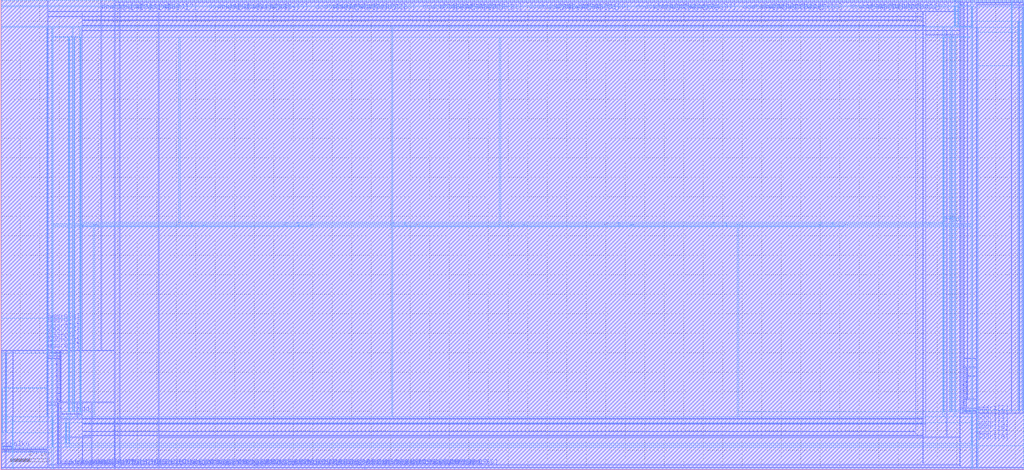
<source format=lef>
VERSION 5.4 ;
NAMESCASESENSITIVE ON ;
BUSBITCHARS "[]" ;
DIVIDERCHAR "/" ;
UNITS
  DATABASE MICRONS 2000 ;
END UNITS
MACRO sram_0rw1r1w_64_512_freepdk45
   CLASS BLOCK ;
   SIZE 524.515 BY 240.905 ;
   SYMMETRY X Y R90 ;
   PIN din0[0]
      DIRECTION INPUT ;
      PORT
         LAYER metal3 ;
         RECT  58.34 1.105 58.475 1.24 ;
      END
   END din0[0]
   PIN din0[1]
      DIRECTION INPUT ;
      PORT
         LAYER metal3 ;
         RECT  61.2 1.105 61.335 1.24 ;
      END
   END din0[1]
   PIN din0[2]
      DIRECTION INPUT ;
      PORT
         LAYER metal3 ;
         RECT  64.06 1.105 64.195 1.24 ;
      END
   END din0[2]
   PIN din0[3]
      DIRECTION INPUT ;
      PORT
         LAYER metal3 ;
         RECT  66.92 1.105 67.055 1.24 ;
      END
   END din0[3]
   PIN din0[4]
      DIRECTION INPUT ;
      PORT
         LAYER metal3 ;
         RECT  69.78 1.105 69.915 1.24 ;
      END
   END din0[4]
   PIN din0[5]
      DIRECTION INPUT ;
      PORT
         LAYER metal3 ;
         RECT  72.64 1.105 72.775 1.24 ;
      END
   END din0[5]
   PIN din0[6]
      DIRECTION INPUT ;
      PORT
         LAYER metal3 ;
         RECT  75.5 1.105 75.635 1.24 ;
      END
   END din0[6]
   PIN din0[7]
      DIRECTION INPUT ;
      PORT
         LAYER metal3 ;
         RECT  78.36 1.105 78.495 1.24 ;
      END
   END din0[7]
   PIN din0[8]
      DIRECTION INPUT ;
      PORT
         LAYER metal3 ;
         RECT  81.22 1.105 81.355 1.24 ;
      END
   END din0[8]
   PIN din0[9]
      DIRECTION INPUT ;
      PORT
         LAYER metal3 ;
         RECT  84.08 1.105 84.215 1.24 ;
      END
   END din0[9]
   PIN din0[10]
      DIRECTION INPUT ;
      PORT
         LAYER metal3 ;
         RECT  86.94 1.105 87.075 1.24 ;
      END
   END din0[10]
   PIN din0[11]
      DIRECTION INPUT ;
      PORT
         LAYER metal3 ;
         RECT  89.8 1.105 89.935 1.24 ;
      END
   END din0[11]
   PIN din0[12]
      DIRECTION INPUT ;
      PORT
         LAYER metal3 ;
         RECT  92.66 1.105 92.795 1.24 ;
      END
   END din0[12]
   PIN din0[13]
      DIRECTION INPUT ;
      PORT
         LAYER metal3 ;
         RECT  95.52 1.105 95.655 1.24 ;
      END
   END din0[13]
   PIN din0[14]
      DIRECTION INPUT ;
      PORT
         LAYER metal3 ;
         RECT  98.38 1.105 98.515 1.24 ;
      END
   END din0[14]
   PIN din0[15]
      DIRECTION INPUT ;
      PORT
         LAYER metal3 ;
         RECT  101.24 1.105 101.375 1.24 ;
      END
   END din0[15]
   PIN din0[16]
      DIRECTION INPUT ;
      PORT
         LAYER metal3 ;
         RECT  104.1 1.105 104.235 1.24 ;
      END
   END din0[16]
   PIN din0[17]
      DIRECTION INPUT ;
      PORT
         LAYER metal3 ;
         RECT  106.96 1.105 107.095 1.24 ;
      END
   END din0[17]
   PIN din0[18]
      DIRECTION INPUT ;
      PORT
         LAYER metal3 ;
         RECT  109.82 1.105 109.955 1.24 ;
      END
   END din0[18]
   PIN din0[19]
      DIRECTION INPUT ;
      PORT
         LAYER metal3 ;
         RECT  112.68 1.105 112.815 1.24 ;
      END
   END din0[19]
   PIN din0[20]
      DIRECTION INPUT ;
      PORT
         LAYER metal3 ;
         RECT  115.54 1.105 115.675 1.24 ;
      END
   END din0[20]
   PIN din0[21]
      DIRECTION INPUT ;
      PORT
         LAYER metal3 ;
         RECT  118.4 1.105 118.535 1.24 ;
      END
   END din0[21]
   PIN din0[22]
      DIRECTION INPUT ;
      PORT
         LAYER metal3 ;
         RECT  121.26 1.105 121.395 1.24 ;
      END
   END din0[22]
   PIN din0[23]
      DIRECTION INPUT ;
      PORT
         LAYER metal3 ;
         RECT  124.12 1.105 124.255 1.24 ;
      END
   END din0[23]
   PIN din0[24]
      DIRECTION INPUT ;
      PORT
         LAYER metal3 ;
         RECT  126.98 1.105 127.115 1.24 ;
      END
   END din0[24]
   PIN din0[25]
      DIRECTION INPUT ;
      PORT
         LAYER metal3 ;
         RECT  129.84 1.105 129.975 1.24 ;
      END
   END din0[25]
   PIN din0[26]
      DIRECTION INPUT ;
      PORT
         LAYER metal3 ;
         RECT  132.7 1.105 132.835 1.24 ;
      END
   END din0[26]
   PIN din0[27]
      DIRECTION INPUT ;
      PORT
         LAYER metal3 ;
         RECT  135.56 1.105 135.695 1.24 ;
      END
   END din0[27]
   PIN din0[28]
      DIRECTION INPUT ;
      PORT
         LAYER metal3 ;
         RECT  138.42 1.105 138.555 1.24 ;
      END
   END din0[28]
   PIN din0[29]
      DIRECTION INPUT ;
      PORT
         LAYER metal3 ;
         RECT  141.28 1.105 141.415 1.24 ;
      END
   END din0[29]
   PIN din0[30]
      DIRECTION INPUT ;
      PORT
         LAYER metal3 ;
         RECT  144.14 1.105 144.275 1.24 ;
      END
   END din0[30]
   PIN din0[31]
      DIRECTION INPUT ;
      PORT
         LAYER metal3 ;
         RECT  147.0 1.105 147.135 1.24 ;
      END
   END din0[31]
   PIN din0[32]
      DIRECTION INPUT ;
      PORT
         LAYER metal3 ;
         RECT  149.86 1.105 149.995 1.24 ;
      END
   END din0[32]
   PIN din0[33]
      DIRECTION INPUT ;
      PORT
         LAYER metal3 ;
         RECT  152.72 1.105 152.855 1.24 ;
      END
   END din0[33]
   PIN din0[34]
      DIRECTION INPUT ;
      PORT
         LAYER metal3 ;
         RECT  155.58 1.105 155.715 1.24 ;
      END
   END din0[34]
   PIN din0[35]
      DIRECTION INPUT ;
      PORT
         LAYER metal3 ;
         RECT  158.44 1.105 158.575 1.24 ;
      END
   END din0[35]
   PIN din0[36]
      DIRECTION INPUT ;
      PORT
         LAYER metal3 ;
         RECT  161.3 1.105 161.435 1.24 ;
      END
   END din0[36]
   PIN din0[37]
      DIRECTION INPUT ;
      PORT
         LAYER metal3 ;
         RECT  164.16 1.105 164.295 1.24 ;
      END
   END din0[37]
   PIN din0[38]
      DIRECTION INPUT ;
      PORT
         LAYER metal3 ;
         RECT  167.02 1.105 167.155 1.24 ;
      END
   END din0[38]
   PIN din0[39]
      DIRECTION INPUT ;
      PORT
         LAYER metal3 ;
         RECT  169.88 1.105 170.015 1.24 ;
      END
   END din0[39]
   PIN din0[40]
      DIRECTION INPUT ;
      PORT
         LAYER metal3 ;
         RECT  172.74 1.105 172.875 1.24 ;
      END
   END din0[40]
   PIN din0[41]
      DIRECTION INPUT ;
      PORT
         LAYER metal3 ;
         RECT  175.6 1.105 175.735 1.24 ;
      END
   END din0[41]
   PIN din0[42]
      DIRECTION INPUT ;
      PORT
         LAYER metal3 ;
         RECT  178.46 1.105 178.595 1.24 ;
      END
   END din0[42]
   PIN din0[43]
      DIRECTION INPUT ;
      PORT
         LAYER metal3 ;
         RECT  181.32 1.105 181.455 1.24 ;
      END
   END din0[43]
   PIN din0[44]
      DIRECTION INPUT ;
      PORT
         LAYER metal3 ;
         RECT  184.18 1.105 184.315 1.24 ;
      END
   END din0[44]
   PIN din0[45]
      DIRECTION INPUT ;
      PORT
         LAYER metal3 ;
         RECT  187.04 1.105 187.175 1.24 ;
      END
   END din0[45]
   PIN din0[46]
      DIRECTION INPUT ;
      PORT
         LAYER metal3 ;
         RECT  189.9 1.105 190.035 1.24 ;
      END
   END din0[46]
   PIN din0[47]
      DIRECTION INPUT ;
      PORT
         LAYER metal3 ;
         RECT  192.76 1.105 192.895 1.24 ;
      END
   END din0[47]
   PIN din0[48]
      DIRECTION INPUT ;
      PORT
         LAYER metal3 ;
         RECT  195.62 1.105 195.755 1.24 ;
      END
   END din0[48]
   PIN din0[49]
      DIRECTION INPUT ;
      PORT
         LAYER metal3 ;
         RECT  198.48 1.105 198.615 1.24 ;
      END
   END din0[49]
   PIN din0[50]
      DIRECTION INPUT ;
      PORT
         LAYER metal3 ;
         RECT  201.34 1.105 201.475 1.24 ;
      END
   END din0[50]
   PIN din0[51]
      DIRECTION INPUT ;
      PORT
         LAYER metal3 ;
         RECT  204.2 1.105 204.335 1.24 ;
      END
   END din0[51]
   PIN din0[52]
      DIRECTION INPUT ;
      PORT
         LAYER metal3 ;
         RECT  207.06 1.105 207.195 1.24 ;
      END
   END din0[52]
   PIN din0[53]
      DIRECTION INPUT ;
      PORT
         LAYER metal3 ;
         RECT  209.92 1.105 210.055 1.24 ;
      END
   END din0[53]
   PIN din0[54]
      DIRECTION INPUT ;
      PORT
         LAYER metal3 ;
         RECT  212.78 1.105 212.915 1.24 ;
      END
   END din0[54]
   PIN din0[55]
      DIRECTION INPUT ;
      PORT
         LAYER metal3 ;
         RECT  215.64 1.105 215.775 1.24 ;
      END
   END din0[55]
   PIN din0[56]
      DIRECTION INPUT ;
      PORT
         LAYER metal3 ;
         RECT  218.5 1.105 218.635 1.24 ;
      END
   END din0[56]
   PIN din0[57]
      DIRECTION INPUT ;
      PORT
         LAYER metal3 ;
         RECT  221.36 1.105 221.495 1.24 ;
      END
   END din0[57]
   PIN din0[58]
      DIRECTION INPUT ;
      PORT
         LAYER metal3 ;
         RECT  224.22 1.105 224.355 1.24 ;
      END
   END din0[58]
   PIN din0[59]
      DIRECTION INPUT ;
      PORT
         LAYER metal3 ;
         RECT  227.08 1.105 227.215 1.24 ;
      END
   END din0[59]
   PIN din0[60]
      DIRECTION INPUT ;
      PORT
         LAYER metal3 ;
         RECT  229.94 1.105 230.075 1.24 ;
      END
   END din0[60]
   PIN din0[61]
      DIRECTION INPUT ;
      PORT
         LAYER metal3 ;
         RECT  232.8 1.105 232.935 1.24 ;
      END
   END din0[61]
   PIN din0[62]
      DIRECTION INPUT ;
      PORT
         LAYER metal3 ;
         RECT  235.66 1.105 235.795 1.24 ;
      END
   END din0[62]
   PIN din0[63]
      DIRECTION INPUT ;
      PORT
         LAYER metal3 ;
         RECT  238.52 1.105 238.655 1.24 ;
      END
   END din0[63]
   PIN addr0[0]
      DIRECTION INPUT ;
      PORT
         LAYER metal3 ;
         RECT  29.74 1.105 29.875 1.24 ;
      END
   END addr0[0]
   PIN addr0[1]
      DIRECTION INPUT ;
      PORT
         LAYER metal3 ;
         RECT  32.6 1.105 32.735 1.24 ;
      END
   END addr0[1]
   PIN addr0[2]
      DIRECTION INPUT ;
      PORT
         LAYER metal3 ;
         RECT  24.02 61.02 24.155 61.155 ;
      END
   END addr0[2]
   PIN addr0[3]
      DIRECTION INPUT ;
      PORT
         LAYER metal3 ;
         RECT  24.02 63.75 24.155 63.885 ;
      END
   END addr0[3]
   PIN addr0[4]
      DIRECTION INPUT ;
      PORT
         LAYER metal3 ;
         RECT  24.02 65.96 24.155 66.095 ;
      END
   END addr0[4]
   PIN addr0[5]
      DIRECTION INPUT ;
      PORT
         LAYER metal3 ;
         RECT  24.02 68.69 24.155 68.825 ;
      END
   END addr0[5]
   PIN addr0[6]
      DIRECTION INPUT ;
      PORT
         LAYER metal3 ;
         RECT  24.02 70.9 24.155 71.035 ;
      END
   END addr0[6]
   PIN addr0[7]
      DIRECTION INPUT ;
      PORT
         LAYER metal3 ;
         RECT  24.02 73.63 24.155 73.765 ;
      END
   END addr0[7]
   PIN addr0[8]
      DIRECTION INPUT ;
      PORT
         LAYER metal3 ;
         RECT  24.02 75.84 24.155 75.975 ;
      END
   END addr0[8]
   PIN addr1[0]
      DIRECTION INPUT ;
      PORT
         LAYER metal3 ;
         RECT  491.64 239.665 491.775 239.8 ;
      END
   END addr1[0]
   PIN addr1[1]
      DIRECTION INPUT ;
      PORT
         LAYER metal3 ;
         RECT  488.78 239.665 488.915 239.8 ;
      END
   END addr1[1]
   PIN addr1[2]
      DIRECTION INPUT ;
      PORT
         LAYER metal3 ;
         RECT  500.22 28.91 500.355 29.045 ;
      END
   END addr1[2]
   PIN addr1[3]
      DIRECTION INPUT ;
      PORT
         LAYER metal3 ;
         RECT  500.22 26.18 500.355 26.315 ;
      END
   END addr1[3]
   PIN addr1[4]
      DIRECTION INPUT ;
      PORT
         LAYER metal3 ;
         RECT  500.22 23.97 500.355 24.105 ;
      END
   END addr1[4]
   PIN addr1[5]
      DIRECTION INPUT ;
      PORT
         LAYER metal3 ;
         RECT  500.22 21.24 500.355 21.375 ;
      END
   END addr1[5]
   PIN addr1[6]
      DIRECTION INPUT ;
      PORT
         LAYER metal3 ;
         RECT  500.22 19.03 500.355 19.165 ;
      END
   END addr1[6]
   PIN addr1[7]
      DIRECTION INPUT ;
      PORT
         LAYER metal3 ;
         RECT  500.22 16.3 500.355 16.435 ;
      END
   END addr1[7]
   PIN addr1[8]
      DIRECTION INPUT ;
      PORT
         LAYER metal3 ;
         RECT  500.22 14.09 500.355 14.225 ;
      END
   END addr1[8]
   PIN csb0
      DIRECTION INPUT ;
      PORT
         LAYER metal3 ;
         RECT  0.285 10.45 0.42 10.585 ;
      END
   END csb0
   PIN csb1
      DIRECTION INPUT ;
      PORT
         LAYER metal3 ;
         RECT  524.095 238.29 524.23 238.425 ;
      END
   END csb1
   PIN clk0
      DIRECTION INPUT ;
      PORT
         LAYER metal3 ;
         RECT  6.2475 10.535 6.3825 10.67 ;
      END
   END clk0
   PIN clk1
      DIRECTION INPUT ;
      PORT
         LAYER metal3 ;
         RECT  517.9925 238.205 518.1275 238.34 ;
      END
   END clk1
   PIN wmask0[0]
      DIRECTION INPUT ;
      PORT
         LAYER metal3 ;
         RECT  35.46 1.105 35.595 1.24 ;
      END
   END wmask0[0]
   PIN wmask0[1]
      DIRECTION INPUT ;
      PORT
         LAYER metal3 ;
         RECT  38.32 1.105 38.455 1.24 ;
      END
   END wmask0[1]
   PIN wmask0[2]
      DIRECTION INPUT ;
      PORT
         LAYER metal3 ;
         RECT  41.18 1.105 41.315 1.24 ;
      END
   END wmask0[2]
   PIN wmask0[3]
      DIRECTION INPUT ;
      PORT
         LAYER metal3 ;
         RECT  44.04 1.105 44.175 1.24 ;
      END
   END wmask0[3]
   PIN wmask0[4]
      DIRECTION INPUT ;
      PORT
         LAYER metal3 ;
         RECT  46.9 1.105 47.035 1.24 ;
      END
   END wmask0[4]
   PIN wmask0[5]
      DIRECTION INPUT ;
      PORT
         LAYER metal3 ;
         RECT  49.76 1.105 49.895 1.24 ;
      END
   END wmask0[5]
   PIN wmask0[6]
      DIRECTION INPUT ;
      PORT
         LAYER metal3 ;
         RECT  52.62 1.105 52.755 1.24 ;
      END
   END wmask0[6]
   PIN wmask0[7]
      DIRECTION INPUT ;
      PORT
         LAYER metal3 ;
         RECT  55.48 1.105 55.615 1.24 ;
      END
   END wmask0[7]
   PIN dout1[0]
      DIRECTION OUTPUT ;
      PORT
         LAYER metal3 ;
         RECT  51.475 234.7975 51.61 234.9325 ;
      END
   END dout1[0]
   PIN dout1[1]
      DIRECTION OUTPUT ;
      PORT
         LAYER metal3 ;
         RECT  56.175 234.7975 56.31 234.9325 ;
      END
   END dout1[1]
   PIN dout1[2]
      DIRECTION OUTPUT ;
      PORT
         LAYER metal3 ;
         RECT  60.875 234.7975 61.01 234.9325 ;
      END
   END dout1[2]
   PIN dout1[3]
      DIRECTION OUTPUT ;
      PORT
         LAYER metal3 ;
         RECT  65.575 234.7975 65.71 234.9325 ;
      END
   END dout1[3]
   PIN dout1[4]
      DIRECTION OUTPUT ;
      PORT
         LAYER metal3 ;
         RECT  70.275 234.7975 70.41 234.9325 ;
      END
   END dout1[4]
   PIN dout1[5]
      DIRECTION OUTPUT ;
      PORT
         LAYER metal3 ;
         RECT  74.975 234.7975 75.11 234.9325 ;
      END
   END dout1[5]
   PIN dout1[6]
      DIRECTION OUTPUT ;
      PORT
         LAYER metal3 ;
         RECT  79.675 234.7975 79.81 234.9325 ;
      END
   END dout1[6]
   PIN dout1[7]
      DIRECTION OUTPUT ;
      PORT
         LAYER metal3 ;
         RECT  84.375 234.7975 84.51 234.9325 ;
      END
   END dout1[7]
   PIN dout1[8]
      DIRECTION OUTPUT ;
      PORT
         LAYER metal3 ;
         RECT  106.27 234.7975 106.405 234.9325 ;
      END
   END dout1[8]
   PIN dout1[9]
      DIRECTION OUTPUT ;
      PORT
         LAYER metal3 ;
         RECT  110.97 234.7975 111.105 234.9325 ;
      END
   END dout1[9]
   PIN dout1[10]
      DIRECTION OUTPUT ;
      PORT
         LAYER metal3 ;
         RECT  115.67 234.7975 115.805 234.9325 ;
      END
   END dout1[10]
   PIN dout1[11]
      DIRECTION OUTPUT ;
      PORT
         LAYER metal3 ;
         RECT  120.37 234.7975 120.505 234.9325 ;
      END
   END dout1[11]
   PIN dout1[12]
      DIRECTION OUTPUT ;
      PORT
         LAYER metal3 ;
         RECT  125.07 234.7975 125.205 234.9325 ;
      END
   END dout1[12]
   PIN dout1[13]
      DIRECTION OUTPUT ;
      PORT
         LAYER metal3 ;
         RECT  129.77 234.7975 129.905 234.9325 ;
      END
   END dout1[13]
   PIN dout1[14]
      DIRECTION OUTPUT ;
      PORT
         LAYER metal3 ;
         RECT  134.47 234.7975 134.605 234.9325 ;
      END
   END dout1[14]
   PIN dout1[15]
      DIRECTION OUTPUT ;
      PORT
         LAYER metal3 ;
         RECT  139.17 234.7975 139.305 234.9325 ;
      END
   END dout1[15]
   PIN dout1[16]
      DIRECTION OUTPUT ;
      PORT
         LAYER metal3 ;
         RECT  161.065 234.7975 161.2 234.9325 ;
      END
   END dout1[16]
   PIN dout1[17]
      DIRECTION OUTPUT ;
      PORT
         LAYER metal3 ;
         RECT  165.765 234.7975 165.9 234.9325 ;
      END
   END dout1[17]
   PIN dout1[18]
      DIRECTION OUTPUT ;
      PORT
         LAYER metal3 ;
         RECT  170.465 234.7975 170.6 234.9325 ;
      END
   END dout1[18]
   PIN dout1[19]
      DIRECTION OUTPUT ;
      PORT
         LAYER metal3 ;
         RECT  175.165 234.7975 175.3 234.9325 ;
      END
   END dout1[19]
   PIN dout1[20]
      DIRECTION OUTPUT ;
      PORT
         LAYER metal3 ;
         RECT  179.865 234.7975 180.0 234.9325 ;
      END
   END dout1[20]
   PIN dout1[21]
      DIRECTION OUTPUT ;
      PORT
         LAYER metal3 ;
         RECT  184.565 234.7975 184.7 234.9325 ;
      END
   END dout1[21]
   PIN dout1[22]
      DIRECTION OUTPUT ;
      PORT
         LAYER metal3 ;
         RECT  189.265 234.7975 189.4 234.9325 ;
      END
   END dout1[22]
   PIN dout1[23]
      DIRECTION OUTPUT ;
      PORT
         LAYER metal3 ;
         RECT  193.965 234.7975 194.1 234.9325 ;
      END
   END dout1[23]
   PIN dout1[24]
      DIRECTION OUTPUT ;
      PORT
         LAYER metal3 ;
         RECT  215.86 234.7975 215.995 234.9325 ;
      END
   END dout1[24]
   PIN dout1[25]
      DIRECTION OUTPUT ;
      PORT
         LAYER metal3 ;
         RECT  220.56 234.7975 220.695 234.9325 ;
      END
   END dout1[25]
   PIN dout1[26]
      DIRECTION OUTPUT ;
      PORT
         LAYER metal3 ;
         RECT  225.26 234.7975 225.395 234.9325 ;
      END
   END dout1[26]
   PIN dout1[27]
      DIRECTION OUTPUT ;
      PORT
         LAYER metal3 ;
         RECT  229.96 234.7975 230.095 234.9325 ;
      END
   END dout1[27]
   PIN dout1[28]
      DIRECTION OUTPUT ;
      PORT
         LAYER metal3 ;
         RECT  234.66 234.7975 234.795 234.9325 ;
      END
   END dout1[28]
   PIN dout1[29]
      DIRECTION OUTPUT ;
      PORT
         LAYER metal3 ;
         RECT  239.36 234.7975 239.495 234.9325 ;
      END
   END dout1[29]
   PIN dout1[30]
      DIRECTION OUTPUT ;
      PORT
         LAYER metal3 ;
         RECT  244.06 234.7975 244.195 234.9325 ;
      END
   END dout1[30]
   PIN dout1[31]
      DIRECTION OUTPUT ;
      PORT
         LAYER metal3 ;
         RECT  248.76 234.7975 248.895 234.9325 ;
      END
   END dout1[31]
   PIN dout1[32]
      DIRECTION OUTPUT ;
      PORT
         LAYER metal3 ;
         RECT  270.655 234.7975 270.79 234.9325 ;
      END
   END dout1[32]
   PIN dout1[33]
      DIRECTION OUTPUT ;
      PORT
         LAYER metal3 ;
         RECT  275.355 234.7975 275.49 234.9325 ;
      END
   END dout1[33]
   PIN dout1[34]
      DIRECTION OUTPUT ;
      PORT
         LAYER metal3 ;
         RECT  280.055 234.7975 280.19 234.9325 ;
      END
   END dout1[34]
   PIN dout1[35]
      DIRECTION OUTPUT ;
      PORT
         LAYER metal3 ;
         RECT  284.755 234.7975 284.89 234.9325 ;
      END
   END dout1[35]
   PIN dout1[36]
      DIRECTION OUTPUT ;
      PORT
         LAYER metal3 ;
         RECT  289.455 234.7975 289.59 234.9325 ;
      END
   END dout1[36]
   PIN dout1[37]
      DIRECTION OUTPUT ;
      PORT
         LAYER metal3 ;
         RECT  294.155 234.7975 294.29 234.9325 ;
      END
   END dout1[37]
   PIN dout1[38]
      DIRECTION OUTPUT ;
      PORT
         LAYER metal3 ;
         RECT  298.855 234.7975 298.99 234.9325 ;
      END
   END dout1[38]
   PIN dout1[39]
      DIRECTION OUTPUT ;
      PORT
         LAYER metal3 ;
         RECT  303.555 234.7975 303.69 234.9325 ;
      END
   END dout1[39]
   PIN dout1[40]
      DIRECTION OUTPUT ;
      PORT
         LAYER metal3 ;
         RECT  325.45 234.7975 325.585 234.9325 ;
      END
   END dout1[40]
   PIN dout1[41]
      DIRECTION OUTPUT ;
      PORT
         LAYER metal3 ;
         RECT  330.15 234.7975 330.285 234.9325 ;
      END
   END dout1[41]
   PIN dout1[42]
      DIRECTION OUTPUT ;
      PORT
         LAYER metal3 ;
         RECT  334.85 234.7975 334.985 234.9325 ;
      END
   END dout1[42]
   PIN dout1[43]
      DIRECTION OUTPUT ;
      PORT
         LAYER metal3 ;
         RECT  339.55 234.7975 339.685 234.9325 ;
      END
   END dout1[43]
   PIN dout1[44]
      DIRECTION OUTPUT ;
      PORT
         LAYER metal3 ;
         RECT  344.25 234.7975 344.385 234.9325 ;
      END
   END dout1[44]
   PIN dout1[45]
      DIRECTION OUTPUT ;
      PORT
         LAYER metal3 ;
         RECT  348.95 234.7975 349.085 234.9325 ;
      END
   END dout1[45]
   PIN dout1[46]
      DIRECTION OUTPUT ;
      PORT
         LAYER metal3 ;
         RECT  353.65 234.7975 353.785 234.9325 ;
      END
   END dout1[46]
   PIN dout1[47]
      DIRECTION OUTPUT ;
      PORT
         LAYER metal3 ;
         RECT  358.35 234.7975 358.485 234.9325 ;
      END
   END dout1[47]
   PIN dout1[48]
      DIRECTION OUTPUT ;
      PORT
         LAYER metal3 ;
         RECT  380.245 234.7975 380.38 234.9325 ;
      END
   END dout1[48]
   PIN dout1[49]
      DIRECTION OUTPUT ;
      PORT
         LAYER metal3 ;
         RECT  384.945 234.7975 385.08 234.9325 ;
      END
   END dout1[49]
   PIN dout1[50]
      DIRECTION OUTPUT ;
      PORT
         LAYER metal3 ;
         RECT  389.645 234.7975 389.78 234.9325 ;
      END
   END dout1[50]
   PIN dout1[51]
      DIRECTION OUTPUT ;
      PORT
         LAYER metal3 ;
         RECT  394.345 234.7975 394.48 234.9325 ;
      END
   END dout1[51]
   PIN dout1[52]
      DIRECTION OUTPUT ;
      PORT
         LAYER metal3 ;
         RECT  399.045 234.7975 399.18 234.9325 ;
      END
   END dout1[52]
   PIN dout1[53]
      DIRECTION OUTPUT ;
      PORT
         LAYER metal3 ;
         RECT  403.745 234.7975 403.88 234.9325 ;
      END
   END dout1[53]
   PIN dout1[54]
      DIRECTION OUTPUT ;
      PORT
         LAYER metal3 ;
         RECT  408.445 234.7975 408.58 234.9325 ;
      END
   END dout1[54]
   PIN dout1[55]
      DIRECTION OUTPUT ;
      PORT
         LAYER metal3 ;
         RECT  413.145 234.7975 413.28 234.9325 ;
      END
   END dout1[55]
   PIN dout1[56]
      DIRECTION OUTPUT ;
      PORT
         LAYER metal3 ;
         RECT  435.04 234.7975 435.175 234.9325 ;
      END
   END dout1[56]
   PIN dout1[57]
      DIRECTION OUTPUT ;
      PORT
         LAYER metal3 ;
         RECT  439.74 234.7975 439.875 234.9325 ;
      END
   END dout1[57]
   PIN dout1[58]
      DIRECTION OUTPUT ;
      PORT
         LAYER metal3 ;
         RECT  444.44 234.7975 444.575 234.9325 ;
      END
   END dout1[58]
   PIN dout1[59]
      DIRECTION OUTPUT ;
      PORT
         LAYER metal3 ;
         RECT  449.14 234.7975 449.275 234.9325 ;
      END
   END dout1[59]
   PIN dout1[60]
      DIRECTION OUTPUT ;
      PORT
         LAYER metal3 ;
         RECT  453.84 234.7975 453.975 234.9325 ;
      END
   END dout1[60]
   PIN dout1[61]
      DIRECTION OUTPUT ;
      PORT
         LAYER metal3 ;
         RECT  458.54 234.7975 458.675 234.9325 ;
      END
   END dout1[61]
   PIN dout1[62]
      DIRECTION OUTPUT ;
      PORT
         LAYER metal3 ;
         RECT  463.24 234.7975 463.375 234.9325 ;
      END
   END dout1[62]
   PIN dout1[63]
      DIRECTION OUTPUT ;
      PORT
         LAYER metal3 ;
         RECT  467.94 234.7975 468.075 234.9325 ;
      END
   END dout1[63]
   PIN vdd
      DIRECTION INOUT ;
      USE POWER ; 
      SHAPE ABUTMENT ; 
      PORT
         LAYER metal4 ;
         RECT  497.78 227.0425 497.92 237.0625 ;
         LAYER metal3 ;
         RECT  80.9375 2.47 81.0725 2.605 ;
         LAYER metal3 ;
         RECT  30.7425 34.5 30.8775 34.635 ;
         LAYER metal4 ;
         RECT  26.455 11.8125 26.595 26.7725 ;
         LAYER metal3 ;
         RECT  46.6175 2.47 46.7525 2.605 ;
         LAYER metal3 ;
         RECT  30.7425 31.51 30.8775 31.645 ;
         LAYER metal4 ;
         RECT  23.735 59.9125 23.875 77.4075 ;
         LAYER metal3 ;
         RECT  493.3025 31.51 493.4375 31.645 ;
         LAYER metal4 ;
         RECT  200.6125 125.5675 200.7525 125.7075 ;
         LAYER metal4 ;
         RECT  364.9975 125.5675 365.1375 125.7075 ;
         LAYER metal3 ;
         RECT  29.4575 2.47 29.5925 2.605 ;
         LAYER metal3 ;
         RECT  103.8175 2.47 103.9525 2.605 ;
         LAYER metal3 ;
         RECT  521.955 236.925 522.09 237.06 ;
         LAYER metal4 ;
         RECT  310.2025 125.5675 310.3425 125.7075 ;
         LAYER metal4 ;
         RECT  47.7875 124.9275 47.9275 125.0675 ;
         LAYER metal3 ;
         RECT  491.9225 238.3 492.0575 238.435 ;
         LAYER metal3 ;
         RECT  472.605 16.53 472.74 16.665 ;
         LAYER metal4 ;
         RECT  103.7575 124.9275 103.8975 125.0675 ;
         LAYER metal3 ;
         RECT  42.0125 26.1475 472.74 26.2175 ;
         LAYER metal4 ;
         RECT  475.7625 125.5675 475.9025 125.7075 ;
         LAYER metal4 ;
         RECT  255.4075 125.5675 255.5475 125.7075 ;
         LAYER metal3 ;
         RECT  493.6475 52.44 493.7825 52.575 ;
         LAYER metal3 ;
         RECT  42.0125 232.24 468.745 232.31 ;
         LAYER metal3 ;
         RECT  30.3975 58.42 30.5325 58.555 ;
         LAYER metal3 ;
         RECT  92.3775 2.47 92.5125 2.605 ;
         LAYER metal4 ;
         RECT  377.7325 124.9275 377.8725 125.0675 ;
         LAYER metal4 ;
         RECT  268.6325 125.5675 268.7725 125.7075 ;
         LAYER metal4 ;
         RECT  483.175 30.0125 483.315 221.5125 ;
         LAYER metal4 ;
         RECT  213.3475 124.9275 213.4875 125.0675 ;
         LAYER metal3 ;
         RECT  42.0125 225.1275 473.915 225.1975 ;
         LAYER metal4 ;
         RECT  255.8975 126.4575 256.0375 126.5975 ;
         LAYER metal3 ;
         RECT  493.3025 43.47 493.4375 43.605 ;
         LAYER metal3 ;
         RECT  30.7425 40.48 30.8775 40.615 ;
         LAYER metal3 ;
         RECT  58.0575 2.47 58.1925 2.605 ;
         LAYER metal3 ;
         RECT  493.3025 34.5 493.4375 34.635 ;
         LAYER metal4 ;
         RECT  432.5275 124.9275 432.6675 125.0675 ;
         LAYER metal3 ;
         RECT  42.0125 17.4975 468.745 17.5675 ;
         LAYER metal4 ;
         RECT  40.865 30.0125 41.005 221.5125 ;
         LAYER metal4 ;
         RECT  213.8375 125.5675 213.9775 125.7075 ;
         LAYER metal4 ;
         RECT  476.2525 126.4575 476.3925 126.5975 ;
         LAYER metal3 ;
         RECT  493.6475 55.43 493.7825 55.565 ;
         LAYER metal3 ;
         RECT  41.8775 16.53 42.0125 16.665 ;
         LAYER metal4 ;
         RECT  0.6875 19.19 0.8275 41.5925 ;
         LAYER metal4 ;
         RECT  489.03 227.52 489.17 237.54 ;
         LAYER metal4 ;
         RECT  35.01 13.805 35.15 23.825 ;
         LAYER metal4 ;
         RECT  91.5125 126.4575 91.6525 126.5975 ;
         LAYER metal3 ;
         RECT  484.84 222.87 484.975 223.005 ;
         LAYER metal3 ;
         RECT  195.3375 2.47 195.4725 2.605 ;
         LAYER metal4 ;
         RECT  268.1425 124.9275 268.2825 125.0675 ;
         LAYER metal3 ;
         RECT  206.7775 2.47 206.9125 2.605 ;
         LAYER metal4 ;
         RECT  48.2775 125.5675 48.4175 125.7075 ;
         LAYER metal4 ;
         RECT  500.5 12.6575 500.64 30.1525 ;
         LAYER metal3 ;
         RECT  69.4975 2.47 69.6325 2.605 ;
         LAYER metal3 ;
         RECT  30.3975 52.44 30.5325 52.575 ;
         LAYER metal4 ;
         RECT  419.7925 125.5675 419.9325 125.7075 ;
         LAYER metal3 ;
         RECT  172.4575 2.47 172.5925 2.605 ;
         LAYER metal4 ;
         RECT  201.1025 126.4575 201.2425 126.5975 ;
         LAYER metal4 ;
         RECT  322.9375 124.9275 323.0775 125.0675 ;
         LAYER metal3 ;
         RECT  493.6475 58.42 493.7825 58.555 ;
         LAYER metal3 ;
         RECT  30.3975 49.45 30.5325 49.585 ;
         LAYER metal3 ;
         RECT  35.1775 2.47 35.3125 2.605 ;
         LAYER metal4 ;
         RECT  104.2475 125.5675 104.3875 125.7075 ;
         LAYER metal3 ;
         RECT  126.6975 2.47 126.8325 2.605 ;
         LAYER metal3 ;
         RECT  183.8975 2.47 184.0325 2.605 ;
         LAYER metal3 ;
         RECT  493.3025 40.48 493.4375 40.615 ;
         LAYER metal4 ;
         RECT  91.0225 125.5675 91.1625 125.7075 ;
         LAYER metal3 ;
         RECT  493.6475 49.45 493.7825 49.585 ;
         LAYER metal3 ;
         RECT  30.7425 43.47 30.8775 43.605 ;
         LAYER metal4 ;
         RECT  145.8175 125.5675 145.9575 125.7075 ;
         LAYER metal3 ;
         RECT  138.1375 2.47 138.2725 2.605 ;
         LAYER metal4 ;
         RECT  36.855 30.0125 36.995 221.5825 ;
         LAYER metal4 ;
         RECT  323.4275 125.5675 323.5675 125.7075 ;
         LAYER metal3 ;
         RECT  218.2175 2.47 218.3525 2.605 ;
         LAYER metal4 ;
         RECT  433.0175 125.5675 433.1575 125.7075 ;
         LAYER metal3 ;
         RECT  115.2575 2.47 115.3925 2.605 ;
         LAYER metal4 ;
         RECT  146.3075 126.4575 146.4475 126.5975 ;
         LAYER metal4 ;
         RECT  159.0425 125.5675 159.1825 125.7075 ;
         LAYER metal3 ;
         RECT  2.425 11.815 2.56 11.95 ;
         LAYER metal4 ;
         RECT  158.5525 124.9275 158.6925 125.0675 ;
         LAYER metal3 ;
         RECT  161.0175 2.47 161.1525 2.605 ;
         LAYER metal4 ;
         RECT  310.6925 126.4575 310.8325 126.5975 ;
         LAYER metal4 ;
         RECT  378.2225 125.5675 378.3625 125.7075 ;
         LAYER metal4 ;
         RECT  365.4875 126.4575 365.6275 126.5975 ;
         LAYER metal4 ;
         RECT  420.2825 126.4575 420.4225 126.5975 ;
         LAYER metal3 ;
         RECT  149.5775 2.47 149.7125 2.605 ;
         LAYER metal4 ;
         RECT  523.6875 207.2825 523.8275 229.685 ;
         LAYER metal3 ;
         RECT  229.6575 2.47 229.7925 2.605 ;
         LAYER metal3 ;
         RECT  30.3975 55.43 30.5325 55.565 ;
         LAYER metal4 ;
         RECT  487.185 30.0125 487.325 221.5825 ;
         LAYER metal3 ;
         RECT  39.205 28.52 39.34 28.655 ;
      END
   END vdd
   PIN gnd
      DIRECTION INOUT ;
      USE GROUND ; 
      SHAPE ABUTMENT ; 
      PORT
         LAYER metal4 ;
         RECT  261.81 126.4225 261.95 126.5625 ;
         LAYER metal3 ;
         RECT  29.215 33.005 29.35 33.14 ;
         LAYER metal4 ;
         RECT  371.82 124.9625 371.96 125.1025 ;
         LAYER metal4 ;
         RECT  200.1925 125.5675 200.3325 125.7075 ;
         LAYER metal3 ;
         RECT  28.59 59.915 28.725 60.05 ;
         LAYER metal4 ;
         RECT  323.8475 125.5675 323.9875 125.7075 ;
         LAYER metal3 ;
         RECT  186.7575 0.0 186.8925 0.135 ;
         LAYER metal3 ;
         RECT  49.4775 0.0 49.6125 0.135 ;
         LAYER metal3 ;
         RECT  494.83 35.995 494.965 36.13 ;
         LAYER metal4 ;
         RECT  317.025 124.9625 317.165 125.1025 ;
         LAYER metal4 ;
         RECT  371.4 126.4225 371.54 126.5625 ;
         LAYER metal3 ;
         RECT  232.5175 0.0 232.6525 0.135 ;
         LAYER metal3 ;
         RECT  175.3175 0.0 175.4525 0.135 ;
         LAYER metal4 ;
         RECT  207.015 126.4225 207.155 126.5625 ;
         LAYER metal3 ;
         RECT  521.955 239.395 522.09 239.53 ;
         LAYER metal3 ;
         RECT  38.0375 0.0 38.1725 0.135 ;
         LAYER metal3 ;
         RECT  28.59 56.925 28.725 57.06 ;
         LAYER metal4 ;
         RECT  364.5775 125.5675 364.7175 125.7075 ;
         LAYER metal3 ;
         RECT  29.215 38.985 29.35 39.12 ;
         LAYER metal3 ;
         RECT  118.1175 0.0 118.2525 0.135 ;
         LAYER metal4 ;
         RECT  152.64 124.9625 152.78 125.1025 ;
         LAYER metal4 ;
         RECT  254.9875 125.5675 255.1275 125.7075 ;
         LAYER metal4 ;
         RECT  521.625 207.25 521.765 229.6525 ;
         LAYER metal4 ;
         RECT  518.13 224.5725 518.27 239.5325 ;
         LAYER metal4 ;
         RECT  489.12 29.98 489.26 221.5825 ;
         LAYER metal3 ;
         RECT  495.455 47.955 495.59 48.09 ;
         LAYER metal4 ;
         RECT  316.605 126.4225 316.745 126.5625 ;
         LAYER metal3 ;
         RECT  83.7975 0.0 83.9325 0.135 ;
         LAYER metal3 ;
         RECT  28.59 53.935 28.725 54.07 ;
         LAYER metal3 ;
         RECT  28.59 47.955 28.725 48.09 ;
         LAYER metal4 ;
         RECT  33.3475 13.7375 33.4875 23.8925 ;
         LAYER metal4 ;
         RECT  309.7825 125.5675 309.9225 125.7075 ;
         LAYER metal4 ;
         RECT  207.435 124.9625 207.575 125.1025 ;
         LAYER metal3 ;
         RECT  495.455 50.945 495.59 51.08 ;
         LAYER metal3 ;
         RECT  494.83 44.965 494.965 45.1 ;
         LAYER metal3 ;
         RECT  495.455 56.925 495.59 57.06 ;
         LAYER metal3 ;
         RECT  60.9175 0.0 61.0525 0.135 ;
         LAYER metal4 ;
         RECT  419.3725 125.5675 419.5125 125.7075 ;
         LAYER metal4 ;
         RECT  475.3425 125.5675 475.4825 125.7075 ;
         LAYER metal4 ;
         RECT  262.23 124.9625 262.37 125.1025 ;
         LAYER metal3 ;
         RECT  209.6375 0.0 209.7725 0.135 ;
         LAYER metal4 ;
         RECT  159.4625 125.5675 159.6025 125.7075 ;
         LAYER metal3 ;
         RECT  42.0125 23.5275 472.7725 23.5975 ;
         LAYER metal4 ;
         RECT  145.3975 125.5675 145.5375 125.7075 ;
         LAYER metal3 ;
         RECT  95.2375 0.0 95.3725 0.135 ;
         LAYER metal4 ;
         RECT  269.0525 125.5675 269.1925 125.7075 ;
         LAYER metal3 ;
         RECT  29.215 35.995 29.35 36.13 ;
         LAYER metal4 ;
         RECT  426.195 126.4225 426.335 126.5625 ;
         LAYER metal3 ;
         RECT  72.3575 0.0 72.4925 0.135 ;
         LAYER metal3 ;
         RECT  489.0625 240.77 489.1975 240.905 ;
         LAYER metal3 ;
         RECT  2.425 9.345 2.56 9.48 ;
         LAYER metal3 ;
         RECT  163.8775 0.0 164.0125 0.135 ;
         LAYER metal4 ;
         RECT  104.6675 125.5675 104.8075 125.7075 ;
         LAYER metal3 ;
         RECT  494.83 30.015 494.965 30.15 ;
         LAYER metal4 ;
         RECT  378.6425 125.5675 378.7825 125.7075 ;
         LAYER metal4 ;
         RECT  48.6975 125.5675 48.8375 125.7075 ;
         LAYER metal4 ;
         RECT  486.625 29.98 486.765 221.545 ;
         LAYER metal4 ;
         RECT  97.425 126.4225 97.565 126.5625 ;
         LAYER metal4 ;
         RECT  97.845 124.9625 97.985 125.1025 ;
         LAYER metal3 ;
         RECT  29.215 44.965 29.35 45.1 ;
         LAYER metal4 ;
         RECT  6.105 9.3425 6.245 24.3025 ;
         LAYER metal4 ;
         RECT  214.2575 125.5675 214.3975 125.7075 ;
         LAYER metal4 ;
         RECT  426.615 124.9625 426.755 125.1025 ;
         LAYER metal3 ;
         RECT  495.455 53.935 495.59 54.07 ;
         LAYER metal3 ;
         RECT  494.83 41.975 494.965 42.11 ;
         LAYER metal4 ;
         RECT  34.92 29.98 35.06 221.5825 ;
         LAYER metal3 ;
         RECT  494.83 33.005 494.965 33.14 ;
         LAYER metal4 ;
         RECT  2.75 19.2225 2.89 41.625 ;
         LAYER metal4 ;
         RECT  41.875 124.9625 42.015 125.1025 ;
         LAYER metal4 ;
         RECT  90.6025 125.5675 90.7425 125.7075 ;
         LAYER metal3 ;
         RECT  140.9975 0.0 141.1325 0.135 ;
         LAYER metal3 ;
         RECT  495.455 59.915 495.59 60.05 ;
         LAYER metal3 ;
         RECT  42.0125 230.3475 468.78 230.4175 ;
         LAYER metal4 ;
         RECT  497.64 12.7225 497.78 30.2175 ;
         LAYER metal4 ;
         RECT  433.4375 125.5675 433.5775 125.7075 ;
         LAYER metal3 ;
         RECT  152.4375 0.0 152.5725 0.135 ;
         LAYER metal3 ;
         RECT  41.8775 14.71 42.0125 14.845 ;
         LAYER metal4 ;
         RECT  26.595 59.8475 26.735 77.3425 ;
         LAYER metal3 ;
         RECT  29.215 41.975 29.35 42.11 ;
         LAYER metal4 ;
         RECT  37.415 29.98 37.555 221.545 ;
         LAYER metal3 ;
         RECT  28.59 50.945 28.725 51.08 ;
         LAYER metal3 ;
         RECT  42.0125 227.7475 472.7725 227.8175 ;
         LAYER metal3 ;
         RECT  494.83 38.985 494.965 39.12 ;
         LAYER metal3 ;
         RECT  106.6775 0.0 106.8125 0.135 ;
         LAYER metal3 ;
         RECT  221.0775 0.0 221.2125 0.135 ;
         LAYER metal3 ;
         RECT  198.1975 0.0 198.3325 0.135 ;
         LAYER metal4 ;
         RECT  152.22 126.4225 152.36 126.5625 ;
         LAYER metal3 ;
         RECT  472.605 14.71 472.74 14.845 ;
         LAYER metal3 ;
         RECT  29.215 30.015 29.35 30.15 ;
         LAYER metal3 ;
         RECT  32.3175 0.0 32.4525 0.135 ;
         LAYER metal4 ;
         RECT  490.6925 227.4525 490.8325 237.6075 ;
         LAYER metal3 ;
         RECT  42.0125 19.5475 468.745 19.6175 ;
         LAYER metal4 ;
         RECT  482.165 126.4225 482.305 126.5625 ;
         LAYER metal3 ;
         RECT  129.5575 0.0 129.6925 0.135 ;
      END
   END gnd
   OBS
   LAYER  metal1 ;
      RECT  0.14 0.14 524.375 240.765 ;
   LAYER  metal2 ;
      RECT  0.14 0.14 524.375 240.765 ;
   LAYER  metal3 ;
      RECT  58.2 0.14 58.615 0.965 ;
      RECT  58.615 0.965 61.06 1.38 ;
      RECT  61.475 0.965 63.92 1.38 ;
      RECT  64.335 0.965 66.78 1.38 ;
      RECT  67.195 0.965 69.64 1.38 ;
      RECT  70.055 0.965 72.5 1.38 ;
      RECT  72.915 0.965 75.36 1.38 ;
      RECT  75.775 0.965 78.22 1.38 ;
      RECT  78.635 0.965 81.08 1.38 ;
      RECT  81.495 0.965 83.94 1.38 ;
      RECT  84.355 0.965 86.8 1.38 ;
      RECT  87.215 0.965 89.66 1.38 ;
      RECT  90.075 0.965 92.52 1.38 ;
      RECT  92.935 0.965 95.38 1.38 ;
      RECT  95.795 0.965 98.24 1.38 ;
      RECT  98.655 0.965 101.1 1.38 ;
      RECT  101.515 0.965 103.96 1.38 ;
      RECT  104.375 0.965 106.82 1.38 ;
      RECT  107.235 0.965 109.68 1.38 ;
      RECT  110.095 0.965 112.54 1.38 ;
      RECT  112.955 0.965 115.4 1.38 ;
      RECT  115.815 0.965 118.26 1.38 ;
      RECT  118.675 0.965 121.12 1.38 ;
      RECT  121.535 0.965 123.98 1.38 ;
      RECT  124.395 0.965 126.84 1.38 ;
      RECT  127.255 0.965 129.7 1.38 ;
      RECT  130.115 0.965 132.56 1.38 ;
      RECT  132.975 0.965 135.42 1.38 ;
      RECT  135.835 0.965 138.28 1.38 ;
      RECT  138.695 0.965 141.14 1.38 ;
      RECT  141.555 0.965 144.0 1.38 ;
      RECT  144.415 0.965 146.86 1.38 ;
      RECT  147.275 0.965 149.72 1.38 ;
      RECT  150.135 0.965 152.58 1.38 ;
      RECT  152.995 0.965 155.44 1.38 ;
      RECT  155.855 0.965 158.3 1.38 ;
      RECT  158.715 0.965 161.16 1.38 ;
      RECT  161.575 0.965 164.02 1.38 ;
      RECT  164.435 0.965 166.88 1.38 ;
      RECT  167.295 0.965 169.74 1.38 ;
      RECT  170.155 0.965 172.6 1.38 ;
      RECT  173.015 0.965 175.46 1.38 ;
      RECT  175.875 0.965 178.32 1.38 ;
      RECT  178.735 0.965 181.18 1.38 ;
      RECT  181.595 0.965 184.04 1.38 ;
      RECT  184.455 0.965 186.9 1.38 ;
      RECT  187.315 0.965 189.76 1.38 ;
      RECT  190.175 0.965 192.62 1.38 ;
      RECT  193.035 0.965 195.48 1.38 ;
      RECT  195.895 0.965 198.34 1.38 ;
      RECT  198.755 0.965 201.2 1.38 ;
      RECT  201.615 0.965 204.06 1.38 ;
      RECT  204.475 0.965 206.92 1.38 ;
      RECT  207.335 0.965 209.78 1.38 ;
      RECT  210.195 0.965 212.64 1.38 ;
      RECT  213.055 0.965 215.5 1.38 ;
      RECT  215.915 0.965 218.36 1.38 ;
      RECT  218.775 0.965 221.22 1.38 ;
      RECT  221.635 0.965 224.08 1.38 ;
      RECT  224.495 0.965 226.94 1.38 ;
      RECT  227.355 0.965 229.8 1.38 ;
      RECT  230.215 0.965 232.66 1.38 ;
      RECT  233.075 0.965 235.52 1.38 ;
      RECT  235.935 0.965 238.38 1.38 ;
      RECT  238.795 0.965 524.375 1.38 ;
      RECT  0.14 0.965 29.6 1.38 ;
      RECT  30.015 0.965 32.46 1.38 ;
      RECT  0.14 60.88 23.88 61.295 ;
      RECT  0.14 61.295 23.88 240.765 ;
      RECT  23.88 1.38 24.295 60.88 ;
      RECT  24.295 60.88 58.2 61.295 ;
      RECT  23.88 61.295 24.295 63.61 ;
      RECT  23.88 64.025 24.295 65.82 ;
      RECT  23.88 66.235 24.295 68.55 ;
      RECT  23.88 68.965 24.295 70.76 ;
      RECT  23.88 71.175 24.295 73.49 ;
      RECT  23.88 73.905 24.295 75.7 ;
      RECT  23.88 76.115 24.295 240.765 ;
      RECT  491.5 239.94 491.915 240.765 ;
      RECT  491.915 239.94 524.375 240.765 ;
      RECT  58.615 239.525 488.64 239.94 ;
      RECT  489.055 239.525 491.5 239.94 ;
      RECT  491.915 1.38 500.08 28.77 ;
      RECT  491.915 28.77 500.08 29.185 ;
      RECT  500.08 29.185 500.495 239.525 ;
      RECT  500.495 1.38 524.375 28.77 ;
      RECT  500.495 28.77 524.375 29.185 ;
      RECT  500.08 26.455 500.495 28.77 ;
      RECT  500.08 24.245 500.495 26.04 ;
      RECT  500.08 21.515 500.495 23.83 ;
      RECT  500.08 19.305 500.495 21.1 ;
      RECT  500.08 16.575 500.495 18.89 ;
      RECT  500.08 1.38 500.495 13.95 ;
      RECT  500.08 14.365 500.495 16.16 ;
      RECT  0.14 1.38 0.145 10.31 ;
      RECT  0.14 10.31 0.145 10.725 ;
      RECT  0.14 10.725 0.145 60.88 ;
      RECT  0.145 1.38 0.56 10.31 ;
      RECT  0.145 10.725 0.56 60.88 ;
      RECT  523.955 29.185 524.37 238.15 ;
      RECT  523.955 238.565 524.37 239.525 ;
      RECT  524.37 29.185 524.375 238.15 ;
      RECT  524.37 238.15 524.375 238.565 ;
      RECT  524.37 238.565 524.375 239.525 ;
      RECT  0.56 10.31 6.1075 10.395 ;
      RECT  0.56 10.395 6.1075 10.725 ;
      RECT  6.1075 10.31 6.5225 10.395 ;
      RECT  6.5225 10.31 23.88 10.395 ;
      RECT  6.5225 10.395 23.88 10.725 ;
      RECT  0.56 10.725 6.1075 10.81 ;
      RECT  6.1075 10.81 6.5225 60.88 ;
      RECT  6.5225 10.725 23.88 10.81 ;
      RECT  6.5225 10.81 23.88 60.88 ;
      RECT  500.495 29.185 517.8525 238.065 ;
      RECT  500.495 238.065 517.8525 238.15 ;
      RECT  517.8525 29.185 518.2675 238.065 ;
      RECT  518.2675 238.065 523.955 238.15 ;
      RECT  500.495 238.15 517.8525 238.48 ;
      RECT  500.495 238.48 517.8525 238.565 ;
      RECT  517.8525 238.48 518.2675 238.565 ;
      RECT  518.2675 238.15 523.955 238.48 ;
      RECT  518.2675 238.48 523.955 238.565 ;
      RECT  32.875 0.965 35.32 1.38 ;
      RECT  35.735 0.965 38.18 1.38 ;
      RECT  38.595 0.965 41.04 1.38 ;
      RECT  41.455 0.965 43.9 1.38 ;
      RECT  44.315 0.965 46.76 1.38 ;
      RECT  47.175 0.965 49.62 1.38 ;
      RECT  50.035 0.965 52.48 1.38 ;
      RECT  52.895 0.965 55.34 1.38 ;
      RECT  55.755 0.965 58.2 1.38 ;
      RECT  24.295 234.6575 51.335 235.0725 ;
      RECT  24.295 235.0725 51.335 240.765 ;
      RECT  51.335 235.0725 51.75 240.765 ;
      RECT  51.75 235.0725 58.2 240.765 ;
      RECT  51.75 234.6575 56.035 235.0725 ;
      RECT  56.45 234.6575 58.2 235.0725 ;
      RECT  58.615 234.6575 60.735 235.0725 ;
      RECT  58.615 235.0725 60.735 239.525 ;
      RECT  60.735 235.0725 61.15 239.525 ;
      RECT  61.15 235.0725 491.5 239.525 ;
      RECT  61.15 234.6575 65.435 235.0725 ;
      RECT  65.85 234.6575 70.135 235.0725 ;
      RECT  70.55 234.6575 74.835 235.0725 ;
      RECT  75.25 234.6575 79.535 235.0725 ;
      RECT  79.95 234.6575 84.235 235.0725 ;
      RECT  84.65 234.6575 106.13 235.0725 ;
      RECT  106.545 234.6575 110.83 235.0725 ;
      RECT  111.245 234.6575 115.53 235.0725 ;
      RECT  115.945 234.6575 120.23 235.0725 ;
      RECT  120.645 234.6575 124.93 235.0725 ;
      RECT  125.345 234.6575 129.63 235.0725 ;
      RECT  130.045 234.6575 134.33 235.0725 ;
      RECT  134.745 234.6575 139.03 235.0725 ;
      RECT  139.445 234.6575 160.925 235.0725 ;
      RECT  161.34 234.6575 165.625 235.0725 ;
      RECT  166.04 234.6575 170.325 235.0725 ;
      RECT  170.74 234.6575 175.025 235.0725 ;
      RECT  175.44 234.6575 179.725 235.0725 ;
      RECT  180.14 234.6575 184.425 235.0725 ;
      RECT  184.84 234.6575 189.125 235.0725 ;
      RECT  189.54 234.6575 193.825 235.0725 ;
      RECT  194.24 234.6575 215.72 235.0725 ;
      RECT  216.135 234.6575 220.42 235.0725 ;
      RECT  220.835 234.6575 225.12 235.0725 ;
      RECT  225.535 234.6575 229.82 235.0725 ;
      RECT  230.235 234.6575 234.52 235.0725 ;
      RECT  234.935 234.6575 239.22 235.0725 ;
      RECT  239.635 234.6575 243.92 235.0725 ;
      RECT  244.335 234.6575 248.62 235.0725 ;
      RECT  249.035 234.6575 270.515 235.0725 ;
      RECT  270.93 234.6575 275.215 235.0725 ;
      RECT  275.63 234.6575 279.915 235.0725 ;
      RECT  280.33 234.6575 284.615 235.0725 ;
      RECT  285.03 234.6575 289.315 235.0725 ;
      RECT  289.73 234.6575 294.015 235.0725 ;
      RECT  294.43 234.6575 298.715 235.0725 ;
      RECT  299.13 234.6575 303.415 235.0725 ;
      RECT  303.83 234.6575 325.31 235.0725 ;
      RECT  325.725 234.6575 330.01 235.0725 ;
      RECT  330.425 234.6575 334.71 235.0725 ;
      RECT  335.125 234.6575 339.41 235.0725 ;
      RECT  339.825 234.6575 344.11 235.0725 ;
      RECT  344.525 234.6575 348.81 235.0725 ;
      RECT  349.225 234.6575 353.51 235.0725 ;
      RECT  353.925 234.6575 358.21 235.0725 ;
      RECT  358.625 234.6575 380.105 235.0725 ;
      RECT  380.52 234.6575 384.805 235.0725 ;
      RECT  385.22 234.6575 389.505 235.0725 ;
      RECT  389.92 234.6575 394.205 235.0725 ;
      RECT  394.62 234.6575 398.905 235.0725 ;
      RECT  399.32 234.6575 403.605 235.0725 ;
      RECT  404.02 234.6575 408.305 235.0725 ;
      RECT  408.72 234.6575 413.005 235.0725 ;
      RECT  413.42 234.6575 434.9 235.0725 ;
      RECT  435.315 234.6575 439.6 235.0725 ;
      RECT  440.015 234.6575 444.3 235.0725 ;
      RECT  444.715 234.6575 449.0 235.0725 ;
      RECT  449.415 234.6575 453.7 235.0725 ;
      RECT  454.115 234.6575 458.4 235.0725 ;
      RECT  458.815 234.6575 463.1 235.0725 ;
      RECT  463.515 234.6575 467.8 235.0725 ;
      RECT  468.215 234.6575 491.5 235.0725 ;
      RECT  61.15 1.38 80.7975 2.33 ;
      RECT  80.7975 1.38 81.2125 2.33 ;
      RECT  81.2125 1.38 491.5 2.33 ;
      RECT  24.295 34.36 30.6025 34.775 ;
      RECT  31.0175 34.36 58.2 34.775 ;
      RECT  31.0175 34.775 58.2 60.88 ;
      RECT  31.0175 1.38 46.4775 2.33 ;
      RECT  46.4775 1.38 46.8925 2.33 ;
      RECT  46.8925 1.38 58.2 2.33 ;
      RECT  30.6025 1.38 31.0175 31.37 ;
      RECT  30.6025 31.785 31.0175 34.36 ;
      RECT  491.915 29.185 493.1625 31.37 ;
      RECT  491.915 31.37 493.1625 31.785 ;
      RECT  493.1625 29.185 493.5775 31.37 ;
      RECT  493.5775 31.37 500.08 31.785 ;
      RECT  24.295 1.38 29.3175 2.33 ;
      RECT  24.295 2.33 29.3175 2.745 ;
      RECT  29.3175 1.38 29.7325 2.33 ;
      RECT  29.7325 1.38 30.6025 2.33 ;
      RECT  29.7325 2.33 30.6025 2.745 ;
      RECT  29.7325 2.745 30.6025 34.36 ;
      RECT  518.2675 29.185 521.815 236.785 ;
      RECT  518.2675 236.785 521.815 237.2 ;
      RECT  518.2675 237.2 521.815 238.065 ;
      RECT  521.815 29.185 522.23 236.785 ;
      RECT  521.815 237.2 522.23 238.065 ;
      RECT  522.23 29.185 523.955 236.785 ;
      RECT  522.23 236.785 523.955 237.2 ;
      RECT  522.23 237.2 523.955 238.065 ;
      RECT  491.5 1.38 491.7825 238.16 ;
      RECT  491.5 238.16 491.7825 238.575 ;
      RECT  491.5 238.575 491.7825 239.525 ;
      RECT  491.7825 1.38 491.915 238.16 ;
      RECT  491.7825 238.575 491.915 239.525 ;
      RECT  491.915 31.785 492.1975 238.16 ;
      RECT  491.915 238.575 492.1975 239.525 ;
      RECT  492.1975 31.785 493.1625 238.16 ;
      RECT  492.1975 238.16 493.1625 238.575 ;
      RECT  492.1975 238.575 493.1625 239.525 ;
      RECT  81.2125 2.745 472.465 16.39 ;
      RECT  81.2125 16.39 472.465 16.805 ;
      RECT  472.88 2.745 491.5 16.39 ;
      RECT  472.88 16.39 491.5 16.805 ;
      RECT  31.0175 26.0075 41.8725 26.3575 ;
      RECT  41.8725 26.3575 46.4775 34.36 ;
      RECT  46.4775 26.3575 46.8925 34.36 ;
      RECT  46.8925 26.3575 58.2 34.36 ;
      RECT  493.1625 52.3 493.5075 52.715 ;
      RECT  493.1625 52.715 493.5075 239.525 ;
      RECT  493.9225 52.3 500.08 52.715 ;
      RECT  24.295 61.295 41.8725 232.1 ;
      RECT  24.295 232.1 41.8725 232.45 ;
      RECT  24.295 232.45 41.8725 234.6575 ;
      RECT  41.8725 232.45 51.335 234.6575 ;
      RECT  51.335 232.45 51.75 234.6575 ;
      RECT  51.75 232.45 58.2 234.6575 ;
      RECT  58.2 232.45 58.615 240.765 ;
      RECT  58.615 232.45 60.735 234.6575 ;
      RECT  60.735 232.45 61.15 234.6575 ;
      RECT  61.15 232.45 80.7975 234.6575 ;
      RECT  80.7975 232.45 81.2125 234.6575 ;
      RECT  81.2125 232.45 468.885 234.6575 ;
      RECT  468.885 232.1 472.465 232.45 ;
      RECT  468.885 232.45 472.465 234.6575 ;
      RECT  24.295 58.28 30.2575 58.695 ;
      RECT  30.2575 58.695 30.6025 60.88 ;
      RECT  30.6025 58.695 30.6725 60.88 ;
      RECT  30.6725 58.28 31.0175 58.695 ;
      RECT  30.6725 58.695 31.0175 60.88 ;
      RECT  81.2125 2.33 92.2375 2.745 ;
      RECT  92.6525 2.33 103.6775 2.745 ;
      RECT  474.055 224.9875 491.5 225.3375 ;
      RECT  474.055 225.3375 491.5 234.6575 ;
      RECT  472.465 26.3575 472.88 224.9875 ;
      RECT  41.8725 61.295 51.335 224.9875 ;
      RECT  51.335 61.295 51.75 224.9875 ;
      RECT  51.75 61.295 58.2 224.9875 ;
      RECT  58.2 26.3575 58.615 224.9875 ;
      RECT  58.615 26.3575 60.735 224.9875 ;
      RECT  60.735 26.3575 61.15 224.9875 ;
      RECT  61.15 26.3575 80.7975 224.9875 ;
      RECT  80.7975 26.3575 81.2125 224.9875 ;
      RECT  81.2125 26.3575 468.885 224.9875 ;
      RECT  468.885 26.3575 472.465 224.9875 ;
      RECT  493.1625 43.745 493.5075 52.3 ;
      RECT  30.6025 34.775 30.6725 40.34 ;
      RECT  30.6725 34.775 31.0175 40.34 ;
      RECT  46.8925 2.33 57.9175 2.745 ;
      RECT  58.2 1.38 58.3325 2.33 ;
      RECT  58.3325 1.38 58.615 2.33 ;
      RECT  58.3325 2.33 58.615 2.745 ;
      RECT  493.1625 31.785 493.5075 34.36 ;
      RECT  493.5075 31.785 493.5775 34.36 ;
      RECT  58.615 1.38 60.735 17.3575 ;
      RECT  60.735 1.38 61.15 17.3575 ;
      RECT  61.15 2.745 80.7975 17.3575 ;
      RECT  80.7975 2.745 81.2125 17.3575 ;
      RECT  46.4775 2.745 46.8925 17.3575 ;
      RECT  46.8925 2.745 58.2 17.3575 ;
      RECT  81.2125 16.805 468.885 17.3575 ;
      RECT  468.885 16.805 472.465 17.3575 ;
      RECT  468.885 17.3575 472.465 17.7075 ;
      RECT  58.2 2.745 58.3325 17.3575 ;
      RECT  58.3325 2.745 58.615 17.3575 ;
      RECT  493.5075 52.715 493.5775 55.29 ;
      RECT  493.5775 52.715 493.9225 55.29 ;
      RECT  31.0175 2.745 41.7375 16.39 ;
      RECT  31.0175 16.39 41.7375 16.805 ;
      RECT  31.0175 16.805 41.7375 26.0075 ;
      RECT  41.7375 16.805 41.8725 26.0075 ;
      RECT  41.8725 16.805 42.1525 17.3575 ;
      RECT  42.1525 2.745 46.4775 16.39 ;
      RECT  42.1525 16.39 46.4775 16.805 ;
      RECT  42.1525 16.805 46.4775 17.3575 ;
      RECT  474.055 16.805 484.7 222.73 ;
      RECT  474.055 222.73 484.7 223.145 ;
      RECT  474.055 223.145 484.7 224.9875 ;
      RECT  484.7 16.805 485.115 222.73 ;
      RECT  484.7 223.145 485.115 224.9875 ;
      RECT  485.115 16.805 491.5 222.73 ;
      RECT  485.115 222.73 491.5 223.145 ;
      RECT  485.115 223.145 491.5 224.9875 ;
      RECT  195.6125 2.33 206.6375 2.745 ;
      RECT  61.15 2.33 69.3575 2.745 ;
      RECT  69.7725 2.33 80.7975 2.745 ;
      RECT  493.5075 55.705 493.5775 58.28 ;
      RECT  493.5075 58.695 493.5775 239.525 ;
      RECT  493.5775 55.705 493.9225 58.28 ;
      RECT  493.5775 58.695 493.9225 239.525 ;
      RECT  30.2575 34.775 30.6025 49.31 ;
      RECT  30.2575 49.725 30.6025 52.3 ;
      RECT  30.6025 49.725 30.6725 52.3 ;
      RECT  31.0175 2.33 35.0375 2.745 ;
      RECT  35.4525 2.33 46.4775 2.745 ;
      RECT  172.7325 2.33 183.7575 2.745 ;
      RECT  184.1725 2.33 195.1975 2.745 ;
      RECT  493.1625 34.775 493.5075 40.34 ;
      RECT  493.1625 40.755 493.5075 43.33 ;
      RECT  493.5075 34.775 493.5775 40.34 ;
      RECT  493.5075 40.755 493.5775 43.33 ;
      RECT  493.5775 31.785 493.9225 49.31 ;
      RECT  493.5775 49.725 493.9225 52.3 ;
      RECT  493.5075 43.745 493.5775 49.31 ;
      RECT  493.5075 49.725 493.5775 52.3 ;
      RECT  30.6725 40.755 31.0175 43.33 ;
      RECT  30.6725 43.745 31.0175 58.28 ;
      RECT  30.6025 40.755 30.6725 43.33 ;
      RECT  30.6025 43.745 30.6725 49.31 ;
      RECT  126.9725 2.33 137.9975 2.745 ;
      RECT  207.0525 2.33 218.0775 2.745 ;
      RECT  104.0925 2.33 115.1175 2.745 ;
      RECT  115.5325 2.33 126.5575 2.745 ;
      RECT  0.56 10.81 2.285 11.675 ;
      RECT  0.56 11.675 2.285 12.09 ;
      RECT  0.56 12.09 2.285 60.88 ;
      RECT  2.285 10.81 2.7 11.675 ;
      RECT  2.285 12.09 2.7 60.88 ;
      RECT  2.7 10.81 6.1075 11.675 ;
      RECT  2.7 11.675 6.1075 12.09 ;
      RECT  2.7 12.09 6.1075 60.88 ;
      RECT  161.2925 2.33 172.3175 2.745 ;
      RECT  138.4125 2.33 149.4375 2.745 ;
      RECT  149.8525 2.33 160.8775 2.745 ;
      RECT  218.4925 2.33 229.5175 2.745 ;
      RECT  229.9325 2.33 491.5 2.745 ;
      RECT  30.2575 52.715 30.6025 55.29 ;
      RECT  30.2575 55.705 30.6025 58.28 ;
      RECT  30.6025 52.715 30.6725 55.29 ;
      RECT  30.6025 55.705 30.6725 58.28 ;
      RECT  31.0175 26.3575 39.065 28.38 ;
      RECT  31.0175 28.38 39.065 28.795 ;
      RECT  31.0175 28.795 39.065 34.36 ;
      RECT  39.065 26.3575 39.48 28.38 ;
      RECT  39.065 28.795 39.48 34.36 ;
      RECT  39.48 26.3575 41.8725 28.38 ;
      RECT  39.48 28.38 41.8725 28.795 ;
      RECT  39.48 28.795 41.8725 34.36 ;
      RECT  24.295 2.745 29.075 32.865 ;
      RECT  24.295 32.865 29.075 33.28 ;
      RECT  24.295 33.28 29.075 34.36 ;
      RECT  29.075 33.28 29.3175 34.36 ;
      RECT  29.3175 33.28 29.49 34.36 ;
      RECT  29.49 2.745 29.7325 32.865 ;
      RECT  29.49 32.865 29.7325 33.28 ;
      RECT  29.49 33.28 29.7325 34.36 ;
      RECT  24.295 58.695 28.45 59.775 ;
      RECT  24.295 59.775 28.45 60.19 ;
      RECT  24.295 60.19 28.45 60.88 ;
      RECT  28.45 58.695 28.865 59.775 ;
      RECT  28.45 60.19 28.865 60.88 ;
      RECT  28.865 58.695 30.2575 59.775 ;
      RECT  28.865 59.775 30.2575 60.19 ;
      RECT  28.865 60.19 30.2575 60.88 ;
      RECT  58.615 0.275 186.6175 0.965 ;
      RECT  186.6175 0.275 187.0325 0.965 ;
      RECT  187.0325 0.275 524.375 0.965 ;
      RECT  0.14 0.275 49.3375 0.965 ;
      RECT  49.3375 0.275 49.7525 0.965 ;
      RECT  49.7525 0.14 58.2 0.275 ;
      RECT  49.7525 0.275 58.2 0.965 ;
      RECT  493.9225 31.785 494.69 35.855 ;
      RECT  493.9225 35.855 494.69 36.27 ;
      RECT  493.9225 36.27 494.69 52.3 ;
      RECT  495.105 31.785 500.08 35.855 ;
      RECT  495.105 35.855 500.08 36.27 ;
      RECT  232.7925 0.14 524.375 0.275 ;
      RECT  175.5925 0.14 186.6175 0.275 ;
      RECT  491.915 239.525 521.815 239.67 ;
      RECT  491.915 239.67 521.815 239.94 ;
      RECT  521.815 239.67 522.23 239.94 ;
      RECT  522.23 239.525 524.375 239.67 ;
      RECT  522.23 239.67 524.375 239.94 ;
      RECT  500.495 238.565 521.815 239.255 ;
      RECT  500.495 239.255 521.815 239.525 ;
      RECT  521.815 238.565 522.23 239.255 ;
      RECT  522.23 238.565 523.955 239.255 ;
      RECT  522.23 239.255 523.955 239.525 ;
      RECT  38.3125 0.14 49.3375 0.275 ;
      RECT  24.295 34.775 28.45 56.785 ;
      RECT  24.295 56.785 28.45 57.2 ;
      RECT  24.295 57.2 28.45 58.28 ;
      RECT  28.45 57.2 28.865 58.28 ;
      RECT  28.865 56.785 30.2575 57.2 ;
      RECT  28.865 57.2 30.2575 58.28 ;
      RECT  28.865 34.775 29.075 38.845 ;
      RECT  28.865 38.845 29.075 39.26 ;
      RECT  28.865 39.26 29.075 56.785 ;
      RECT  29.49 34.775 30.2575 38.845 ;
      RECT  29.49 38.845 30.2575 39.26 ;
      RECT  29.49 39.26 30.2575 56.785 ;
      RECT  495.105 36.27 495.315 47.815 ;
      RECT  495.105 47.815 495.315 48.23 ;
      RECT  495.105 48.23 495.315 52.3 ;
      RECT  495.315 36.27 495.73 47.815 ;
      RECT  495.73 36.27 500.08 47.815 ;
      RECT  495.73 47.815 500.08 48.23 ;
      RECT  495.73 48.23 500.08 52.3 ;
      RECT  28.45 54.21 28.865 56.785 ;
      RECT  28.45 34.775 28.865 47.815 ;
      RECT  495.315 48.23 495.73 50.805 ;
      RECT  495.315 51.22 495.73 52.3 ;
      RECT  494.69 45.24 495.105 52.3 ;
      RECT  493.9225 52.715 495.315 56.785 ;
      RECT  493.9225 56.785 495.315 57.2 ;
      RECT  493.9225 57.2 495.315 239.525 ;
      RECT  495.73 52.715 500.08 56.785 ;
      RECT  495.73 56.785 500.08 57.2 ;
      RECT  495.73 57.2 500.08 239.525 ;
      RECT  58.615 0.14 60.7775 0.275 ;
      RECT  472.465 16.805 472.88 23.3875 ;
      RECT  472.465 23.7375 472.88 26.0075 ;
      RECT  472.88 16.805 472.9125 23.3875 ;
      RECT  472.88 23.7375 472.9125 224.9875 ;
      RECT  472.9125 16.805 474.055 23.3875 ;
      RECT  472.9125 23.3875 474.055 23.7375 ;
      RECT  472.9125 23.7375 474.055 224.9875 ;
      RECT  58.615 23.7375 60.735 26.0075 ;
      RECT  60.735 23.7375 61.15 26.0075 ;
      RECT  61.15 23.7375 80.7975 26.0075 ;
      RECT  80.7975 23.7375 81.2125 26.0075 ;
      RECT  41.8725 23.7375 46.4775 26.0075 ;
      RECT  46.4775 23.7375 46.8925 26.0075 ;
      RECT  46.8925 23.7375 58.2 26.0075 ;
      RECT  81.2125 23.7375 468.885 26.0075 ;
      RECT  468.885 17.7075 472.465 23.3875 ;
      RECT  468.885 23.7375 472.465 26.0075 ;
      RECT  58.2 23.7375 58.3325 26.0075 ;
      RECT  58.3325 23.7375 58.615 26.0075 ;
      RECT  84.0725 0.14 95.0975 0.275 ;
      RECT  29.075 34.775 29.49 35.855 ;
      RECT  29.075 36.27 29.49 38.845 ;
      RECT  61.1925 0.14 72.2175 0.275 ;
      RECT  72.6325 0.14 83.6575 0.275 ;
      RECT  58.615 239.94 488.9225 240.63 ;
      RECT  58.615 240.63 488.9225 240.765 ;
      RECT  488.9225 239.94 489.3375 240.63 ;
      RECT  489.3375 239.94 491.5 240.63 ;
      RECT  489.3375 240.63 491.5 240.765 ;
      RECT  0.56 1.38 2.285 9.205 ;
      RECT  0.56 9.205 2.285 9.62 ;
      RECT  0.56 9.62 2.285 10.31 ;
      RECT  2.285 1.38 2.7 9.205 ;
      RECT  2.285 9.62 2.7 10.31 ;
      RECT  2.7 1.38 23.88 9.205 ;
      RECT  2.7 9.205 23.88 9.62 ;
      RECT  2.7 9.62 23.88 10.31 ;
      RECT  164.1525 0.14 175.1775 0.275 ;
      RECT  493.5775 29.185 494.69 29.875 ;
      RECT  493.5775 29.875 494.69 30.29 ;
      RECT  493.5775 30.29 494.69 31.37 ;
      RECT  494.69 29.185 495.105 29.875 ;
      RECT  494.69 30.29 495.105 31.37 ;
      RECT  495.105 29.185 500.08 29.875 ;
      RECT  495.105 29.875 500.08 30.29 ;
      RECT  495.105 30.29 500.08 31.37 ;
      RECT  29.075 45.24 29.49 56.785 ;
      RECT  495.315 52.715 495.73 53.795 ;
      RECT  495.315 54.21 495.73 56.785 ;
      RECT  494.69 42.25 495.105 44.825 ;
      RECT  494.69 31.785 495.105 32.865 ;
      RECT  494.69 33.28 495.105 35.855 ;
      RECT  495.315 57.2 495.73 59.775 ;
      RECT  495.315 60.19 495.73 239.525 ;
      RECT  41.8725 230.5575 51.335 232.1 ;
      RECT  51.335 230.5575 51.75 232.1 ;
      RECT  51.75 230.5575 58.2 232.1 ;
      RECT  58.2 230.5575 58.615 232.1 ;
      RECT  58.615 230.5575 60.735 232.1 ;
      RECT  60.735 230.5575 61.15 232.1 ;
      RECT  61.15 230.5575 80.7975 232.1 ;
      RECT  80.7975 230.5575 81.2125 232.1 ;
      RECT  81.2125 230.5575 468.885 232.1 ;
      RECT  468.885 230.5575 468.92 232.1 ;
      RECT  468.92 230.2075 472.465 230.5575 ;
      RECT  468.92 230.5575 472.465 232.1 ;
      RECT  141.2725 0.14 152.2975 0.275 ;
      RECT  152.7125 0.14 163.7375 0.275 ;
      RECT  41.7375 2.745 41.8725 14.57 ;
      RECT  41.7375 14.985 41.8725 16.39 ;
      RECT  41.8725 2.745 42.1525 14.57 ;
      RECT  41.8725 14.985 42.1525 16.39 ;
      RECT  29.075 39.26 29.49 41.835 ;
      RECT  29.075 42.25 29.49 44.825 ;
      RECT  28.45 48.23 28.865 50.805 ;
      RECT  28.45 51.22 28.865 53.795 ;
      RECT  472.88 225.3375 472.9125 227.6075 ;
      RECT  472.88 227.9575 472.9125 234.6575 ;
      RECT  472.9125 225.3375 474.055 227.6075 ;
      RECT  472.9125 227.6075 474.055 227.9575 ;
      RECT  472.9125 227.9575 474.055 234.6575 ;
      RECT  472.465 225.3375 472.88 227.6075 ;
      RECT  472.465 227.9575 472.88 234.6575 ;
      RECT  41.8725 225.3375 51.335 227.6075 ;
      RECT  41.8725 227.9575 51.335 230.2075 ;
      RECT  51.335 225.3375 51.75 227.6075 ;
      RECT  51.335 227.9575 51.75 230.2075 ;
      RECT  51.75 225.3375 58.2 227.6075 ;
      RECT  51.75 227.9575 58.2 230.2075 ;
      RECT  58.2 225.3375 58.615 227.6075 ;
      RECT  58.2 227.9575 58.615 230.2075 ;
      RECT  58.615 225.3375 60.735 227.6075 ;
      RECT  58.615 227.9575 60.735 230.2075 ;
      RECT  60.735 225.3375 61.15 227.6075 ;
      RECT  60.735 227.9575 61.15 230.2075 ;
      RECT  61.15 225.3375 80.7975 227.6075 ;
      RECT  61.15 227.9575 80.7975 230.2075 ;
      RECT  80.7975 225.3375 81.2125 227.6075 ;
      RECT  80.7975 227.9575 81.2125 230.2075 ;
      RECT  81.2125 225.3375 468.885 227.6075 ;
      RECT  81.2125 227.9575 468.885 230.2075 ;
      RECT  468.885 225.3375 468.92 227.6075 ;
      RECT  468.885 227.9575 468.92 230.2075 ;
      RECT  468.92 225.3375 472.465 227.6075 ;
      RECT  468.92 227.9575 472.465 230.2075 ;
      RECT  494.69 36.27 495.105 38.845 ;
      RECT  494.69 39.26 495.105 41.835 ;
      RECT  95.5125 0.14 106.5375 0.275 ;
      RECT  106.9525 0.14 117.9775 0.275 ;
      RECT  209.9125 0.14 220.9375 0.275 ;
      RECT  221.3525 0.14 232.3775 0.275 ;
      RECT  187.0325 0.14 198.0575 0.275 ;
      RECT  198.4725 0.14 209.4975 0.275 ;
      RECT  472.465 2.745 472.88 14.57 ;
      RECT  472.465 14.985 472.88 16.39 ;
      RECT  29.075 2.745 29.3175 29.875 ;
      RECT  29.075 30.29 29.3175 32.865 ;
      RECT  29.3175 2.745 29.49 29.875 ;
      RECT  29.3175 30.29 29.49 32.865 ;
      RECT  0.14 0.14 32.1775 0.275 ;
      RECT  32.5925 0.14 37.8975 0.275 ;
      RECT  58.615 17.7075 60.735 19.4075 ;
      RECT  58.615 19.7575 60.735 23.3875 ;
      RECT  60.735 17.7075 61.15 19.4075 ;
      RECT  60.735 19.7575 61.15 23.3875 ;
      RECT  61.15 17.7075 80.7975 19.4075 ;
      RECT  61.15 19.7575 80.7975 23.3875 ;
      RECT  80.7975 17.7075 81.2125 19.4075 ;
      RECT  80.7975 19.7575 81.2125 23.3875 ;
      RECT  41.8725 17.7075 46.4775 19.4075 ;
      RECT  41.8725 19.7575 46.4775 23.3875 ;
      RECT  46.4775 17.7075 46.8925 19.4075 ;
      RECT  46.4775 19.7575 46.8925 23.3875 ;
      RECT  46.8925 17.7075 58.2 19.4075 ;
      RECT  46.8925 19.7575 58.2 23.3875 ;
      RECT  81.2125 17.7075 468.885 19.4075 ;
      RECT  81.2125 19.7575 468.885 23.3875 ;
      RECT  58.2 17.7075 58.3325 19.4075 ;
      RECT  58.2 19.7575 58.3325 23.3875 ;
      RECT  58.3325 17.7075 58.615 19.4075 ;
      RECT  58.3325 19.7575 58.615 23.3875 ;
      RECT  118.3925 0.14 129.4175 0.275 ;
      RECT  129.8325 0.14 140.8575 0.275 ;
   LAYER  metal4 ;
      RECT  497.5 237.3425 498.2 240.765 ;
      RECT  26.175 0.14 26.875 11.5325 ;
      RECT  26.875 0.14 497.5 11.5325 ;
      RECT  0.14 59.6325 23.455 77.6875 ;
      RECT  0.14 77.6875 23.455 226.7625 ;
      RECT  23.455 27.0525 24.155 59.6325 ;
      RECT  23.455 77.6875 24.155 226.7625 ;
      RECT  24.155 27.0525 26.175 59.6325 ;
      RECT  24.155 59.6325 26.175 77.6875 ;
      RECT  24.155 77.6875 26.175 226.7625 ;
      RECT  200.3325 27.0525 201.0325 125.2875 ;
      RECT  47.5075 27.0525 48.2075 124.6475 ;
      RECT  48.2075 27.0525 200.3325 124.6475 ;
      RECT  201.0325 27.0525 377.4525 124.6475 ;
      RECT  377.4525 27.0525 378.1525 124.6475 ;
      RECT  201.0325 221.7925 482.895 226.7625 ;
      RECT  482.895 221.7925 483.595 226.7625 ;
      RECT  476.1825 125.2875 482.895 125.9875 ;
      RECT  378.1525 27.0525 482.895 29.7325 ;
      RECT  378.1525 29.7325 482.895 124.6475 ;
      RECT  482.895 27.0525 483.595 29.7325 ;
      RECT  201.0325 126.8775 255.6175 221.7925 ;
      RECT  255.6175 125.9875 256.3175 126.1775 ;
      RECT  255.6175 126.8775 256.3175 221.7925 ;
      RECT  256.3175 126.8775 482.895 221.7925 ;
      RECT  432.9475 124.6475 482.895 125.2875 ;
      RECT  40.585 221.7925 41.285 226.7625 ;
      RECT  41.285 221.7925 200.3325 226.7625 ;
      RECT  40.585 27.0525 41.285 29.7325 ;
      RECT  41.285 27.0525 47.5075 29.7325 ;
      RECT  41.285 29.7325 47.5075 124.6475 ;
      RECT  213.0675 125.3475 213.5575 125.9875 ;
      RECT  0.14 11.5325 0.4075 18.91 ;
      RECT  0.14 18.91 0.4075 27.0525 ;
      RECT  0.4075 11.5325 1.1075 18.91 ;
      RECT  0.14 27.0525 0.4075 41.8725 ;
      RECT  0.14 41.8725 0.4075 59.6325 ;
      RECT  0.4075 41.8725 1.1075 59.6325 ;
      RECT  0.14 226.7625 488.75 227.24 ;
      RECT  0.14 227.24 488.75 237.3425 ;
      RECT  488.75 226.7625 489.45 227.24 ;
      RECT  0.14 237.3425 488.75 237.82 ;
      RECT  0.14 237.82 488.75 240.765 ;
      RECT  488.75 237.82 489.45 240.765 ;
      RECT  34.73 11.5325 35.43 13.525 ;
      RECT  34.73 24.105 35.43 27.0525 ;
      RECT  41.285 125.9875 91.2325 126.1775 ;
      RECT  41.285 126.1775 91.2325 126.8775 ;
      RECT  41.285 126.8775 91.2325 221.7925 ;
      RECT  91.2325 125.9875 91.9325 126.1775 ;
      RECT  91.2325 126.8775 91.9325 221.7925 ;
      RECT  91.9325 126.8775 200.3325 221.7925 ;
      RECT  267.8625 125.3475 268.3525 125.9875 ;
      RECT  47.5075 125.3475 47.9975 125.9875 ;
      RECT  498.2 0.14 500.22 12.3775 ;
      RECT  498.2 12.3775 500.22 30.4325 ;
      RECT  498.2 30.4325 500.22 226.7625 ;
      RECT  500.22 0.14 500.92 12.3775 ;
      RECT  500.22 30.4325 500.92 226.7625 ;
      RECT  500.92 0.14 524.375 12.3775 ;
      RECT  500.92 12.3775 524.375 30.4325 ;
      RECT  200.3325 125.9875 200.8225 126.1775 ;
      RECT  200.3325 126.1775 200.8225 126.8775 ;
      RECT  200.3325 126.8775 200.8225 226.7625 ;
      RECT  200.8225 125.9875 201.0325 126.1775 ;
      RECT  200.8225 126.8775 201.0325 226.7625 ;
      RECT  26.875 221.8625 36.575 226.7625 ;
      RECT  36.575 221.8625 37.275 226.7625 ;
      RECT  37.275 221.8625 40.585 226.7625 ;
      RECT  322.6575 125.3475 323.1475 125.9875 ;
      RECT  158.9725 124.6475 200.3325 125.2875 ;
      RECT  377.4525 125.3475 377.9425 125.9875 ;
      RECT  523.4075 229.965 524.1075 237.3425 ;
      RECT  524.1075 226.7625 524.375 229.965 ;
      RECT  524.1075 229.965 524.375 237.3425 ;
      RECT  523.4075 30.4325 524.1075 207.0025 ;
      RECT  524.1075 30.4325 524.375 207.0025 ;
      RECT  524.1075 207.0025 524.375 226.7625 ;
      RECT  483.595 221.8625 486.905 226.7625 ;
      RECT  486.905 221.8625 487.605 226.7625 ;
      RECT  487.605 221.8625 497.5 226.7625 ;
      RECT  256.3175 125.9875 261.53 126.1425 ;
      RECT  256.3175 126.1425 261.53 126.1775 ;
      RECT  261.53 125.9875 262.23 126.1425 ;
      RECT  262.23 125.9875 482.895 126.1425 ;
      RECT  256.3175 126.1775 261.53 126.8425 ;
      RECT  256.3175 126.8425 261.53 126.8775 ;
      RECT  261.53 126.8425 262.23 126.8775 ;
      RECT  262.23 126.1775 310.4125 126.8425 ;
      RECT  262.23 126.8425 310.4125 126.8775 ;
      RECT  365.4175 125.2875 371.54 125.3475 ;
      RECT  372.24 125.2875 377.4525 125.3475 ;
      RECT  365.4175 125.3475 371.54 125.3825 ;
      RECT  365.4175 125.3825 371.54 125.9875 ;
      RECT  371.54 125.3825 372.24 125.9875 ;
      RECT  372.24 125.3475 377.4525 125.3825 ;
      RECT  372.24 125.3825 377.4525 125.9875 ;
      RECT  323.3575 124.6475 371.54 124.6825 ;
      RECT  323.3575 124.6825 371.54 125.2875 ;
      RECT  371.54 124.6475 372.24 124.6825 ;
      RECT  372.24 124.6475 377.4525 124.6825 ;
      RECT  372.24 124.6825 377.4525 125.2875 ;
      RECT  310.6225 125.2875 316.745 125.3475 ;
      RECT  317.445 125.2875 322.6575 125.3475 ;
      RECT  310.6225 125.3475 316.745 125.3825 ;
      RECT  310.6225 125.3825 316.745 125.9875 ;
      RECT  316.745 125.3825 317.445 125.9875 ;
      RECT  317.445 125.3475 322.6575 125.3825 ;
      RECT  317.445 125.3825 322.6575 125.9875 ;
      RECT  268.5625 124.6475 316.745 124.6825 ;
      RECT  268.5625 124.6825 316.745 125.2875 ;
      RECT  316.745 124.6475 317.445 124.6825 ;
      RECT  317.445 124.6475 322.6575 124.6825 ;
      RECT  317.445 124.6825 322.6575 125.2875 ;
      RECT  365.9075 126.1775 371.12 126.8425 ;
      RECT  365.9075 126.8425 371.12 126.8775 ;
      RECT  371.12 126.8425 371.82 126.8775 ;
      RECT  371.82 126.1775 420.0025 126.8425 ;
      RECT  371.82 126.8425 420.0025 126.8775 ;
      RECT  201.0325 125.9875 206.735 126.1425 ;
      RECT  201.0325 126.1425 206.735 126.1775 ;
      RECT  206.735 125.9875 207.435 126.1425 ;
      RECT  207.435 125.9875 255.6175 126.1425 ;
      RECT  207.435 126.1425 255.6175 126.1775 ;
      RECT  201.5225 126.1775 206.735 126.8425 ;
      RECT  201.5225 126.8425 206.735 126.8775 ;
      RECT  206.735 126.8425 207.435 126.8775 ;
      RECT  207.435 126.1775 255.6175 126.8425 ;
      RECT  207.435 126.8425 255.6175 126.8775 ;
      RECT  324.2675 125.2875 364.2975 125.3475 ;
      RECT  324.2675 125.3475 364.2975 125.9875 ;
      RECT  146.2375 125.3475 152.36 125.3825 ;
      RECT  146.2375 125.3825 152.36 125.9875 ;
      RECT  152.36 125.3825 153.06 125.9875 ;
      RECT  153.06 125.3475 158.7625 125.3825 ;
      RECT  153.06 125.3825 158.7625 125.9875 ;
      RECT  104.1775 124.6475 152.36 124.6825 ;
      RECT  104.1775 124.6825 152.36 125.2875 ;
      RECT  152.36 124.6475 153.06 124.6825 ;
      RECT  153.06 124.6475 158.2725 124.6825 ;
      RECT  153.06 124.6825 158.2725 125.2875 ;
      RECT  146.2375 125.2875 152.36 125.3475 ;
      RECT  153.06 125.2875 158.2725 125.3475 ;
      RECT  521.345 229.9325 522.045 229.965 ;
      RECT  522.045 226.7625 523.4075 229.9325 ;
      RECT  522.045 229.9325 523.4075 229.965 ;
      RECT  500.92 30.4325 521.345 206.97 ;
      RECT  500.92 206.97 521.345 207.0025 ;
      RECT  521.345 30.4325 522.045 206.97 ;
      RECT  522.045 30.4325 523.4075 206.97 ;
      RECT  522.045 206.97 523.4075 207.0025 ;
      RECT  522.045 207.0025 523.4075 226.7625 ;
      RECT  498.2 237.3425 517.85 239.8125 ;
      RECT  498.2 239.8125 517.85 240.765 ;
      RECT  517.85 239.8125 518.55 240.765 ;
      RECT  518.55 237.3425 524.375 239.8125 ;
      RECT  518.55 239.8125 524.375 240.765 ;
      RECT  498.2 229.965 517.85 237.3425 ;
      RECT  518.55 229.965 523.4075 237.3425 ;
      RECT  498.2 226.7625 517.85 229.9325 ;
      RECT  518.55 226.7625 521.345 229.9325 ;
      RECT  498.2 229.9325 517.85 229.965 ;
      RECT  518.55 229.9325 521.345 229.965 ;
      RECT  500.92 207.0025 517.85 224.2925 ;
      RECT  500.92 224.2925 517.85 226.7625 ;
      RECT  517.85 207.0025 518.55 224.2925 ;
      RECT  518.55 207.0025 521.345 224.2925 ;
      RECT  518.55 224.2925 521.345 226.7625 ;
      RECT  483.595 27.0525 488.84 29.7 ;
      RECT  488.84 27.0525 489.54 29.7 ;
      RECT  487.605 125.9875 488.84 221.7925 ;
      RECT  489.54 125.9875 497.5 221.7925 ;
      RECT  487.605 221.7925 488.84 221.8625 ;
      RECT  489.54 221.7925 497.5 221.8625 ;
      RECT  487.605 125.2875 488.84 125.9875 ;
      RECT  489.54 125.2875 497.5 125.9875 ;
      RECT  487.605 29.7325 488.84 124.6475 ;
      RECT  487.605 124.6475 488.84 125.2875 ;
      RECT  489.54 124.6475 497.5 125.2875 ;
      RECT  311.1125 126.1775 316.325 126.8425 ;
      RECT  311.1125 126.8425 316.325 126.8775 ;
      RECT  316.325 126.8425 317.025 126.8775 ;
      RECT  317.025 126.1775 365.2075 126.8425 ;
      RECT  317.025 126.8425 365.2075 126.8775 ;
      RECT  262.23 126.1425 316.325 126.1775 ;
      RECT  317.025 126.1425 371.12 126.1775 ;
      RECT  26.875 11.5325 33.0675 13.4575 ;
      RECT  26.875 13.4575 33.0675 13.525 ;
      RECT  33.0675 11.5325 33.7675 13.4575 ;
      RECT  33.7675 11.5325 34.73 13.4575 ;
      RECT  33.7675 13.4575 34.73 13.525 ;
      RECT  26.875 13.525 33.0675 24.105 ;
      RECT  33.7675 13.525 34.73 24.105 ;
      RECT  26.875 24.105 33.0675 24.1725 ;
      RECT  26.875 24.1725 33.0675 27.0525 ;
      RECT  33.0675 24.1725 33.7675 27.0525 ;
      RECT  33.7675 24.105 34.73 24.1725 ;
      RECT  33.7675 24.1725 34.73 27.0525 ;
      RECT  201.0325 125.2875 207.155 125.3475 ;
      RECT  207.855 125.2875 213.0675 125.3475 ;
      RECT  201.0325 125.3475 207.155 125.3825 ;
      RECT  201.0325 125.3825 207.155 125.9875 ;
      RECT  207.155 125.3825 207.855 125.9875 ;
      RECT  207.855 125.3475 213.0675 125.3825 ;
      RECT  207.855 125.3825 213.0675 125.9875 ;
      RECT  201.0325 124.6475 207.155 124.6825 ;
      RECT  201.0325 124.6825 207.155 125.2875 ;
      RECT  207.155 124.6475 207.855 124.6825 ;
      RECT  207.855 124.6475 213.0675 124.6825 ;
      RECT  207.855 124.6825 213.0675 125.2875 ;
      RECT  255.8275 125.2875 261.95 125.3475 ;
      RECT  262.65 125.2875 267.8625 125.3475 ;
      RECT  255.8275 125.3475 261.95 125.3825 ;
      RECT  255.8275 125.3825 261.95 125.9875 ;
      RECT  261.95 125.3825 262.65 125.9875 ;
      RECT  262.65 125.3475 267.8625 125.3825 ;
      RECT  262.65 125.3825 267.8625 125.9875 ;
      RECT  213.7675 124.6475 261.95 124.6825 ;
      RECT  213.7675 124.6825 261.95 125.2875 ;
      RECT  261.95 124.6475 262.65 124.6825 ;
      RECT  262.65 124.6475 267.8625 124.6825 ;
      RECT  262.65 124.6825 267.8625 125.2875 ;
      RECT  159.8825 125.2875 199.9125 125.3475 ;
      RECT  159.8825 125.3475 199.9125 125.9875 ;
      RECT  269.4725 125.2875 309.5025 125.9875 ;
      RECT  420.7025 126.1775 425.915 126.8425 ;
      RECT  420.7025 126.8425 425.915 126.8775 ;
      RECT  425.915 126.8425 426.615 126.8775 ;
      RECT  426.615 126.1775 475.9725 126.8425 ;
      RECT  426.615 126.8425 475.9725 126.8775 ;
      RECT  371.82 126.1425 425.915 126.1775 ;
      RECT  105.0875 125.2875 145.1175 125.3475 ;
      RECT  105.0875 125.3475 145.1175 125.9875 ;
      RECT  379.0625 125.3475 419.0925 125.9875 ;
      RECT  379.0625 125.2875 419.0925 125.3475 ;
      RECT  483.595 125.9875 486.345 221.7925 ;
      RECT  483.595 221.7925 486.345 221.825 ;
      RECT  483.595 221.825 486.345 221.8625 ;
      RECT  486.345 221.825 486.905 221.8625 ;
      RECT  483.595 125.2875 486.345 125.9875 ;
      RECT  483.595 29.7325 486.345 124.6475 ;
      RECT  483.595 124.6475 486.345 125.2875 ;
      RECT  483.595 29.7 486.345 29.7325 ;
      RECT  487.045 29.7 488.84 29.7325 ;
      RECT  91.9325 125.9875 97.145 126.1425 ;
      RECT  91.9325 126.1425 97.145 126.1775 ;
      RECT  97.145 125.9875 97.845 126.1425 ;
      RECT  97.845 125.9875 200.3325 126.1425 ;
      RECT  91.9325 126.1775 97.145 126.8425 ;
      RECT  91.9325 126.8425 97.145 126.8775 ;
      RECT  97.145 126.8425 97.845 126.8775 ;
      RECT  97.845 126.1775 146.0275 126.8425 ;
      RECT  97.845 126.8425 146.0275 126.8775 ;
      RECT  48.2075 124.6475 97.565 124.6825 ;
      RECT  48.2075 124.6825 97.565 125.2875 ;
      RECT  97.565 124.6475 98.265 124.6825 ;
      RECT  98.265 124.6475 103.4775 124.6825 ;
      RECT  98.265 124.6825 103.4775 125.2875 ;
      RECT  91.4425 125.2875 97.565 125.3475 ;
      RECT  98.265 125.2875 103.4775 125.3475 ;
      RECT  91.4425 125.3475 97.565 125.3825 ;
      RECT  91.4425 125.3825 97.565 125.9875 ;
      RECT  97.565 125.3825 98.265 125.9875 ;
      RECT  98.265 125.3475 103.9675 125.3825 ;
      RECT  98.265 125.3825 103.9675 125.9875 ;
      RECT  0.14 0.14 5.825 9.0625 ;
      RECT  0.14 9.0625 5.825 11.5325 ;
      RECT  5.825 0.14 6.525 9.0625 ;
      RECT  6.525 0.14 26.175 9.0625 ;
      RECT  6.525 9.0625 26.175 11.5325 ;
      RECT  1.1075 11.5325 5.825 18.91 ;
      RECT  6.525 11.5325 26.175 18.91 ;
      RECT  5.825 24.5825 6.525 27.0525 ;
      RECT  6.525 18.91 26.175 24.5825 ;
      RECT  6.525 24.5825 26.175 27.0525 ;
      RECT  214.6775 125.2875 254.7075 125.3475 ;
      RECT  214.6775 125.3475 254.7075 125.9875 ;
      RECT  378.1525 124.6475 426.335 124.6825 ;
      RECT  378.1525 124.6825 426.335 125.2875 ;
      RECT  426.335 124.6475 427.035 124.6825 ;
      RECT  427.035 124.6475 432.2475 124.6825 ;
      RECT  427.035 124.6825 432.2475 125.2875 ;
      RECT  420.2125 125.2875 426.335 125.3475 ;
      RECT  427.035 125.2875 432.2475 125.3475 ;
      RECT  420.2125 125.3475 426.335 125.3825 ;
      RECT  420.2125 125.3825 426.335 125.9875 ;
      RECT  426.335 125.3825 427.035 125.9875 ;
      RECT  427.035 125.3475 432.7375 125.3825 ;
      RECT  427.035 125.3825 432.7375 125.9875 ;
      RECT  26.875 27.0525 34.64 29.7 ;
      RECT  26.875 29.7 34.64 29.7325 ;
      RECT  34.64 27.0525 35.34 29.7 ;
      RECT  35.34 27.0525 40.585 29.7 ;
      RECT  26.875 125.9875 34.64 221.7925 ;
      RECT  35.34 125.9875 36.575 221.7925 ;
      RECT  26.875 221.7925 34.64 221.8625 ;
      RECT  35.34 221.7925 36.575 221.8625 ;
      RECT  35.34 29.7325 36.575 124.6475 ;
      RECT  26.875 124.6475 34.64 125.2875 ;
      RECT  35.34 124.6475 36.575 125.2875 ;
      RECT  26.875 125.2875 34.64 125.3475 ;
      RECT  35.34 125.2875 36.575 125.3475 ;
      RECT  26.875 125.3475 34.64 125.9875 ;
      RECT  35.34 125.3475 36.575 125.9875 ;
      RECT  1.1075 27.0525 2.47 41.8725 ;
      RECT  3.17 27.0525 23.455 41.8725 ;
      RECT  1.1075 41.8725 2.47 41.905 ;
      RECT  1.1075 41.905 2.47 59.6325 ;
      RECT  2.47 41.905 3.17 59.6325 ;
      RECT  3.17 41.8725 23.455 41.905 ;
      RECT  3.17 41.905 23.455 59.6325 ;
      RECT  1.1075 18.91 2.47 18.9425 ;
      RECT  1.1075 18.9425 2.47 24.5825 ;
      RECT  2.47 18.91 3.17 18.9425 ;
      RECT  3.17 18.91 5.825 18.9425 ;
      RECT  3.17 18.9425 5.825 24.5825 ;
      RECT  1.1075 24.5825 2.47 27.0525 ;
      RECT  3.17 24.5825 5.825 27.0525 ;
      RECT  41.285 124.6475 41.595 124.6825 ;
      RECT  41.285 124.6825 41.595 125.2875 ;
      RECT  41.595 124.6475 42.295 124.6825 ;
      RECT  42.295 124.6475 47.5075 124.6825 ;
      RECT  42.295 124.6825 47.5075 125.2875 ;
      RECT  41.285 125.2875 41.595 125.3475 ;
      RECT  42.295 125.2875 47.5075 125.3475 ;
      RECT  41.285 125.3475 41.595 125.3825 ;
      RECT  41.285 125.3825 41.595 125.9875 ;
      RECT  41.595 125.3825 42.295 125.9875 ;
      RECT  42.295 125.3475 47.5075 125.3825 ;
      RECT  42.295 125.3825 47.5075 125.9875 ;
      RECT  49.1175 125.2875 90.3225 125.3475 ;
      RECT  49.1175 125.3475 90.3225 125.9875 ;
      RECT  497.5 0.14 498.06 12.4425 ;
      RECT  497.5 30.4975 498.06 226.7625 ;
      RECT  498.06 0.14 498.2 12.4425 ;
      RECT  498.06 12.4425 498.2 30.4975 ;
      RECT  498.06 30.4975 498.2 226.7625 ;
      RECT  35.43 11.5325 497.36 12.4425 ;
      RECT  35.43 12.4425 497.36 13.525 ;
      RECT  497.36 11.5325 497.5 12.4425 ;
      RECT  35.43 13.525 497.36 24.105 ;
      RECT  35.43 24.105 497.36 27.0525 ;
      RECT  489.54 27.0525 497.36 29.7 ;
      RECT  489.54 29.7 497.36 29.7325 ;
      RECT  489.54 29.7325 497.36 30.4975 ;
      RECT  489.54 30.4975 497.36 124.6475 ;
      RECT  497.36 30.4975 497.5 124.6475 ;
      RECT  433.8575 125.2875 475.0625 125.3475 ;
      RECT  433.8575 125.3475 475.0625 125.9875 ;
      RECT  26.175 27.0525 26.315 59.5675 ;
      RECT  26.175 59.5675 26.315 77.6225 ;
      RECT  26.175 77.6225 26.315 226.7625 ;
      RECT  26.315 27.0525 26.875 59.5675 ;
      RECT  26.315 77.6225 26.875 226.7625 ;
      RECT  26.875 29.7325 27.015 59.5675 ;
      RECT  26.875 77.6225 27.015 124.6475 ;
      RECT  27.015 29.7325 34.64 59.5675 ;
      RECT  27.015 59.5675 34.64 77.6225 ;
      RECT  27.015 77.6225 34.64 124.6475 ;
      RECT  37.835 125.9875 40.585 221.7925 ;
      RECT  37.275 221.825 37.835 221.8625 ;
      RECT  37.835 221.7925 40.585 221.825 ;
      RECT  37.835 221.825 40.585 221.8625 ;
      RECT  37.835 29.7325 40.585 124.6475 ;
      RECT  37.835 124.6475 40.585 125.2875 ;
      RECT  37.835 125.2875 40.585 125.3475 ;
      RECT  37.835 125.3475 40.585 125.9875 ;
      RECT  35.34 29.7 37.135 29.7325 ;
      RECT  37.835 29.7 40.585 29.7325 ;
      RECT  146.7275 126.1775 151.94 126.8425 ;
      RECT  146.7275 126.8425 151.94 126.8775 ;
      RECT  151.94 126.8425 152.64 126.8775 ;
      RECT  152.64 126.1775 200.3325 126.8425 ;
      RECT  152.64 126.8425 200.3325 126.8775 ;
      RECT  97.845 126.1425 151.94 126.1775 ;
      RECT  152.64 126.1425 200.3325 126.1775 ;
      RECT  489.45 226.7625 490.4125 227.1725 ;
      RECT  489.45 227.1725 490.4125 227.24 ;
      RECT  490.4125 226.7625 491.1125 227.1725 ;
      RECT  491.1125 226.7625 497.5 227.1725 ;
      RECT  491.1125 227.1725 497.5 227.24 ;
      RECT  489.45 227.24 490.4125 237.3425 ;
      RECT  491.1125 227.24 497.5 237.3425 ;
      RECT  489.45 237.3425 490.4125 237.82 ;
      RECT  491.1125 237.3425 497.5 237.82 ;
      RECT  489.45 237.82 490.4125 237.8875 ;
      RECT  489.45 237.8875 490.4125 240.765 ;
      RECT  490.4125 237.8875 491.1125 240.765 ;
      RECT  491.1125 237.82 497.5 237.8875 ;
      RECT  491.1125 237.8875 497.5 240.765 ;
      RECT  476.6725 126.1775 481.885 126.8425 ;
      RECT  476.6725 126.8425 481.885 126.8775 ;
      RECT  481.885 126.8425 482.585 126.8775 ;
      RECT  482.585 126.1775 482.895 126.8425 ;
      RECT  482.585 126.8425 482.895 126.8775 ;
      RECT  426.615 126.1425 481.885 126.1775 ;
      RECT  482.585 126.1425 482.895 126.1775 ;
   END
END    sram_0rw1r1w_64_512_freepdk45
END    LIBRARY

</source>
